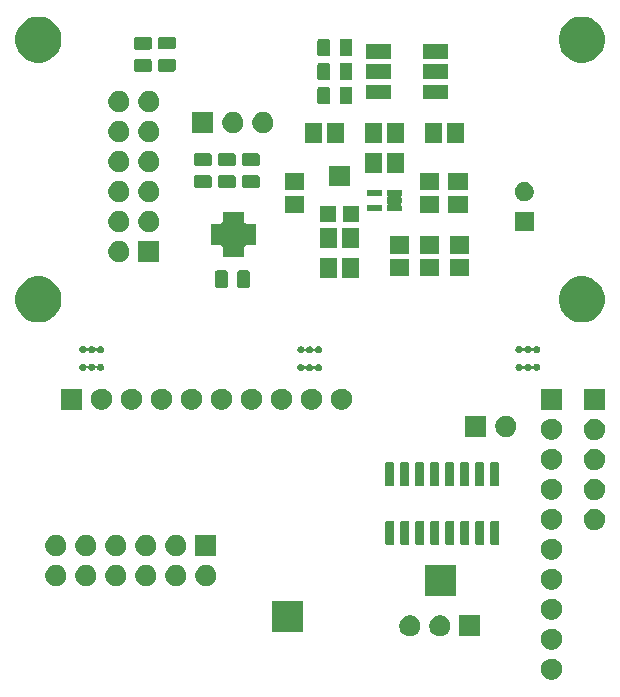
<source format=gbr>
G04 #@! TF.GenerationSoftware,KiCad,Pcbnew,(5.1.6)-1*
G04 #@! TF.CreationDate,2020-07-09T12:34:34+02:00*
G04 #@! TF.ProjectId,InteractiveGuitar,496e7465-7261-4637-9469-766547756974,rev?*
G04 #@! TF.SameCoordinates,Original*
G04 #@! TF.FileFunction,Soldermask,Top*
G04 #@! TF.FilePolarity,Negative*
%FSLAX46Y46*%
G04 Gerber Fmt 4.6, Leading zero omitted, Abs format (unit mm)*
G04 Created by KiCad (PCBNEW (5.1.6)-1) date 2020-07-09 12:34:34*
%MOMM*%
%LPD*%
G01*
G04 APERTURE LIST*
%ADD10C,0.100000*%
G04 APERTURE END LIST*
D10*
G36*
X167563012Y-126406427D02*
G01*
X167712312Y-126436124D01*
X167876284Y-126504044D01*
X168023854Y-126602647D01*
X168149353Y-126728146D01*
X168247956Y-126875716D01*
X168315876Y-127039688D01*
X168350500Y-127213759D01*
X168350500Y-127391241D01*
X168315876Y-127565312D01*
X168247956Y-127729284D01*
X168149353Y-127876854D01*
X168023854Y-128002353D01*
X167876284Y-128100956D01*
X167712312Y-128168876D01*
X167563012Y-128198573D01*
X167538242Y-128203500D01*
X167360758Y-128203500D01*
X167335988Y-128198573D01*
X167186688Y-128168876D01*
X167022716Y-128100956D01*
X166875146Y-128002353D01*
X166749647Y-127876854D01*
X166651044Y-127729284D01*
X166583124Y-127565312D01*
X166548500Y-127391241D01*
X166548500Y-127213759D01*
X166583124Y-127039688D01*
X166651044Y-126875716D01*
X166749647Y-126728146D01*
X166875146Y-126602647D01*
X167022716Y-126504044D01*
X167186688Y-126436124D01*
X167335988Y-126406427D01*
X167360758Y-126401500D01*
X167538242Y-126401500D01*
X167563012Y-126406427D01*
G37*
G36*
X167563012Y-123866427D02*
G01*
X167712312Y-123896124D01*
X167876284Y-123964044D01*
X168023854Y-124062647D01*
X168149353Y-124188146D01*
X168247956Y-124335716D01*
X168315876Y-124499688D01*
X168350500Y-124673759D01*
X168350500Y-124851241D01*
X168315876Y-125025312D01*
X168247956Y-125189284D01*
X168149353Y-125336854D01*
X168023854Y-125462353D01*
X167876284Y-125560956D01*
X167712312Y-125628876D01*
X167563012Y-125658573D01*
X167538242Y-125663500D01*
X167360758Y-125663500D01*
X167335988Y-125658573D01*
X167186688Y-125628876D01*
X167022716Y-125560956D01*
X166875146Y-125462353D01*
X166749647Y-125336854D01*
X166651044Y-125189284D01*
X166583124Y-125025312D01*
X166548500Y-124851241D01*
X166548500Y-124673759D01*
X166583124Y-124499688D01*
X166651044Y-124335716D01*
X166749647Y-124188146D01*
X166875146Y-124062647D01*
X167022716Y-123964044D01*
X167186688Y-123896124D01*
X167335988Y-123866427D01*
X167360758Y-123861500D01*
X167538242Y-123861500D01*
X167563012Y-123866427D01*
G37*
G36*
X158101512Y-122738427D02*
G01*
X158250812Y-122768124D01*
X158414784Y-122836044D01*
X158562354Y-122934647D01*
X158687853Y-123060146D01*
X158786456Y-123207716D01*
X158854376Y-123371688D01*
X158889000Y-123545759D01*
X158889000Y-123723241D01*
X158854376Y-123897312D01*
X158786456Y-124061284D01*
X158687853Y-124208854D01*
X158562354Y-124334353D01*
X158414784Y-124432956D01*
X158250812Y-124500876D01*
X158101512Y-124530573D01*
X158076742Y-124535500D01*
X157899258Y-124535500D01*
X157874488Y-124530573D01*
X157725188Y-124500876D01*
X157561216Y-124432956D01*
X157413646Y-124334353D01*
X157288147Y-124208854D01*
X157189544Y-124061284D01*
X157121624Y-123897312D01*
X157087000Y-123723241D01*
X157087000Y-123545759D01*
X157121624Y-123371688D01*
X157189544Y-123207716D01*
X157288147Y-123060146D01*
X157413646Y-122934647D01*
X157561216Y-122836044D01*
X157725188Y-122768124D01*
X157874488Y-122738427D01*
X157899258Y-122733500D01*
X158076742Y-122733500D01*
X158101512Y-122738427D01*
G37*
G36*
X155561512Y-122738427D02*
G01*
X155710812Y-122768124D01*
X155874784Y-122836044D01*
X156022354Y-122934647D01*
X156147853Y-123060146D01*
X156246456Y-123207716D01*
X156314376Y-123371688D01*
X156349000Y-123545759D01*
X156349000Y-123723241D01*
X156314376Y-123897312D01*
X156246456Y-124061284D01*
X156147853Y-124208854D01*
X156022354Y-124334353D01*
X155874784Y-124432956D01*
X155710812Y-124500876D01*
X155561512Y-124530573D01*
X155536742Y-124535500D01*
X155359258Y-124535500D01*
X155334488Y-124530573D01*
X155185188Y-124500876D01*
X155021216Y-124432956D01*
X154873646Y-124334353D01*
X154748147Y-124208854D01*
X154649544Y-124061284D01*
X154581624Y-123897312D01*
X154547000Y-123723241D01*
X154547000Y-123545759D01*
X154581624Y-123371688D01*
X154649544Y-123207716D01*
X154748147Y-123060146D01*
X154873646Y-122934647D01*
X155021216Y-122836044D01*
X155185188Y-122768124D01*
X155334488Y-122738427D01*
X155359258Y-122733500D01*
X155536742Y-122733500D01*
X155561512Y-122738427D01*
G37*
G36*
X161429000Y-124535500D02*
G01*
X159627000Y-124535500D01*
X159627000Y-122733500D01*
X161429000Y-122733500D01*
X161429000Y-124535500D01*
G37*
G36*
X146398500Y-124173500D02*
G01*
X143796500Y-124173500D01*
X143796500Y-121571500D01*
X146398500Y-121571500D01*
X146398500Y-124173500D01*
G37*
G36*
X167563012Y-121326427D02*
G01*
X167712312Y-121356124D01*
X167876284Y-121424044D01*
X168023854Y-121522647D01*
X168149353Y-121648146D01*
X168247956Y-121795716D01*
X168315876Y-121959688D01*
X168350500Y-122133759D01*
X168350500Y-122311241D01*
X168315876Y-122485312D01*
X168247956Y-122649284D01*
X168149353Y-122796854D01*
X168023854Y-122922353D01*
X167876284Y-123020956D01*
X167712312Y-123088876D01*
X167563012Y-123118573D01*
X167538242Y-123123500D01*
X167360758Y-123123500D01*
X167335988Y-123118573D01*
X167186688Y-123088876D01*
X167022716Y-123020956D01*
X166875146Y-122922353D01*
X166749647Y-122796854D01*
X166651044Y-122649284D01*
X166583124Y-122485312D01*
X166548500Y-122311241D01*
X166548500Y-122133759D01*
X166583124Y-121959688D01*
X166651044Y-121795716D01*
X166749647Y-121648146D01*
X166875146Y-121522647D01*
X167022716Y-121424044D01*
X167186688Y-121356124D01*
X167335988Y-121326427D01*
X167360758Y-121321500D01*
X167538242Y-121321500D01*
X167563012Y-121326427D01*
G37*
G36*
X159352500Y-121125500D02*
G01*
X156750500Y-121125500D01*
X156750500Y-118523500D01*
X159352500Y-118523500D01*
X159352500Y-121125500D01*
G37*
G36*
X167563012Y-118786427D02*
G01*
X167712312Y-118816124D01*
X167876284Y-118884044D01*
X168023854Y-118982647D01*
X168149353Y-119108146D01*
X168247956Y-119255716D01*
X168315876Y-119419688D01*
X168350500Y-119593759D01*
X168350500Y-119771241D01*
X168315876Y-119945312D01*
X168247956Y-120109284D01*
X168149353Y-120256854D01*
X168023854Y-120382353D01*
X167876284Y-120480956D01*
X167712312Y-120548876D01*
X167563012Y-120578573D01*
X167538242Y-120583500D01*
X167360758Y-120583500D01*
X167335988Y-120578573D01*
X167186688Y-120548876D01*
X167022716Y-120480956D01*
X166875146Y-120382353D01*
X166749647Y-120256854D01*
X166651044Y-120109284D01*
X166583124Y-119945312D01*
X166548500Y-119771241D01*
X166548500Y-119593759D01*
X166583124Y-119419688D01*
X166651044Y-119255716D01*
X166749647Y-119108146D01*
X166875146Y-118982647D01*
X167022716Y-118884044D01*
X167186688Y-118816124D01*
X167335988Y-118786427D01*
X167360758Y-118781500D01*
X167538242Y-118781500D01*
X167563012Y-118786427D01*
G37*
G36*
X133209512Y-118483927D02*
G01*
X133358812Y-118513624D01*
X133522784Y-118581544D01*
X133670354Y-118680147D01*
X133795853Y-118805646D01*
X133894456Y-118953216D01*
X133962376Y-119117188D01*
X133997000Y-119291259D01*
X133997000Y-119468741D01*
X133962376Y-119642812D01*
X133894456Y-119806784D01*
X133795853Y-119954354D01*
X133670354Y-120079853D01*
X133522784Y-120178456D01*
X133358812Y-120246376D01*
X133209512Y-120276073D01*
X133184742Y-120281000D01*
X133007258Y-120281000D01*
X132982488Y-120276073D01*
X132833188Y-120246376D01*
X132669216Y-120178456D01*
X132521646Y-120079853D01*
X132396147Y-119954354D01*
X132297544Y-119806784D01*
X132229624Y-119642812D01*
X132195000Y-119468741D01*
X132195000Y-119291259D01*
X132229624Y-119117188D01*
X132297544Y-118953216D01*
X132396147Y-118805646D01*
X132521646Y-118680147D01*
X132669216Y-118581544D01*
X132833188Y-118513624D01*
X132982488Y-118483927D01*
X133007258Y-118479000D01*
X133184742Y-118479000D01*
X133209512Y-118483927D01*
G37*
G36*
X125589512Y-118483927D02*
G01*
X125738812Y-118513624D01*
X125902784Y-118581544D01*
X126050354Y-118680147D01*
X126175853Y-118805646D01*
X126274456Y-118953216D01*
X126342376Y-119117188D01*
X126377000Y-119291259D01*
X126377000Y-119468741D01*
X126342376Y-119642812D01*
X126274456Y-119806784D01*
X126175853Y-119954354D01*
X126050354Y-120079853D01*
X125902784Y-120178456D01*
X125738812Y-120246376D01*
X125589512Y-120276073D01*
X125564742Y-120281000D01*
X125387258Y-120281000D01*
X125362488Y-120276073D01*
X125213188Y-120246376D01*
X125049216Y-120178456D01*
X124901646Y-120079853D01*
X124776147Y-119954354D01*
X124677544Y-119806784D01*
X124609624Y-119642812D01*
X124575000Y-119468741D01*
X124575000Y-119291259D01*
X124609624Y-119117188D01*
X124677544Y-118953216D01*
X124776147Y-118805646D01*
X124901646Y-118680147D01*
X125049216Y-118581544D01*
X125213188Y-118513624D01*
X125362488Y-118483927D01*
X125387258Y-118479000D01*
X125564742Y-118479000D01*
X125589512Y-118483927D01*
G37*
G36*
X130669512Y-118483927D02*
G01*
X130818812Y-118513624D01*
X130982784Y-118581544D01*
X131130354Y-118680147D01*
X131255853Y-118805646D01*
X131354456Y-118953216D01*
X131422376Y-119117188D01*
X131457000Y-119291259D01*
X131457000Y-119468741D01*
X131422376Y-119642812D01*
X131354456Y-119806784D01*
X131255853Y-119954354D01*
X131130354Y-120079853D01*
X130982784Y-120178456D01*
X130818812Y-120246376D01*
X130669512Y-120276073D01*
X130644742Y-120281000D01*
X130467258Y-120281000D01*
X130442488Y-120276073D01*
X130293188Y-120246376D01*
X130129216Y-120178456D01*
X129981646Y-120079853D01*
X129856147Y-119954354D01*
X129757544Y-119806784D01*
X129689624Y-119642812D01*
X129655000Y-119468741D01*
X129655000Y-119291259D01*
X129689624Y-119117188D01*
X129757544Y-118953216D01*
X129856147Y-118805646D01*
X129981646Y-118680147D01*
X130129216Y-118581544D01*
X130293188Y-118513624D01*
X130442488Y-118483927D01*
X130467258Y-118479000D01*
X130644742Y-118479000D01*
X130669512Y-118483927D01*
G37*
G36*
X128129512Y-118483927D02*
G01*
X128278812Y-118513624D01*
X128442784Y-118581544D01*
X128590354Y-118680147D01*
X128715853Y-118805646D01*
X128814456Y-118953216D01*
X128882376Y-119117188D01*
X128917000Y-119291259D01*
X128917000Y-119468741D01*
X128882376Y-119642812D01*
X128814456Y-119806784D01*
X128715853Y-119954354D01*
X128590354Y-120079853D01*
X128442784Y-120178456D01*
X128278812Y-120246376D01*
X128129512Y-120276073D01*
X128104742Y-120281000D01*
X127927258Y-120281000D01*
X127902488Y-120276073D01*
X127753188Y-120246376D01*
X127589216Y-120178456D01*
X127441646Y-120079853D01*
X127316147Y-119954354D01*
X127217544Y-119806784D01*
X127149624Y-119642812D01*
X127115000Y-119468741D01*
X127115000Y-119291259D01*
X127149624Y-119117188D01*
X127217544Y-118953216D01*
X127316147Y-118805646D01*
X127441646Y-118680147D01*
X127589216Y-118581544D01*
X127753188Y-118513624D01*
X127902488Y-118483927D01*
X127927258Y-118479000D01*
X128104742Y-118479000D01*
X128129512Y-118483927D01*
G37*
G36*
X135749512Y-118483927D02*
G01*
X135898812Y-118513624D01*
X136062784Y-118581544D01*
X136210354Y-118680147D01*
X136335853Y-118805646D01*
X136434456Y-118953216D01*
X136502376Y-119117188D01*
X136537000Y-119291259D01*
X136537000Y-119468741D01*
X136502376Y-119642812D01*
X136434456Y-119806784D01*
X136335853Y-119954354D01*
X136210354Y-120079853D01*
X136062784Y-120178456D01*
X135898812Y-120246376D01*
X135749512Y-120276073D01*
X135724742Y-120281000D01*
X135547258Y-120281000D01*
X135522488Y-120276073D01*
X135373188Y-120246376D01*
X135209216Y-120178456D01*
X135061646Y-120079853D01*
X134936147Y-119954354D01*
X134837544Y-119806784D01*
X134769624Y-119642812D01*
X134735000Y-119468741D01*
X134735000Y-119291259D01*
X134769624Y-119117188D01*
X134837544Y-118953216D01*
X134936147Y-118805646D01*
X135061646Y-118680147D01*
X135209216Y-118581544D01*
X135373188Y-118513624D01*
X135522488Y-118483927D01*
X135547258Y-118479000D01*
X135724742Y-118479000D01*
X135749512Y-118483927D01*
G37*
G36*
X138289512Y-118483927D02*
G01*
X138438812Y-118513624D01*
X138602784Y-118581544D01*
X138750354Y-118680147D01*
X138875853Y-118805646D01*
X138974456Y-118953216D01*
X139042376Y-119117188D01*
X139077000Y-119291259D01*
X139077000Y-119468741D01*
X139042376Y-119642812D01*
X138974456Y-119806784D01*
X138875853Y-119954354D01*
X138750354Y-120079853D01*
X138602784Y-120178456D01*
X138438812Y-120246376D01*
X138289512Y-120276073D01*
X138264742Y-120281000D01*
X138087258Y-120281000D01*
X138062488Y-120276073D01*
X137913188Y-120246376D01*
X137749216Y-120178456D01*
X137601646Y-120079853D01*
X137476147Y-119954354D01*
X137377544Y-119806784D01*
X137309624Y-119642812D01*
X137275000Y-119468741D01*
X137275000Y-119291259D01*
X137309624Y-119117188D01*
X137377544Y-118953216D01*
X137476147Y-118805646D01*
X137601646Y-118680147D01*
X137749216Y-118581544D01*
X137913188Y-118513624D01*
X138062488Y-118483927D01*
X138087258Y-118479000D01*
X138264742Y-118479000D01*
X138289512Y-118483927D01*
G37*
G36*
X167563012Y-116246427D02*
G01*
X167712312Y-116276124D01*
X167876284Y-116344044D01*
X168023854Y-116442647D01*
X168149353Y-116568146D01*
X168247956Y-116715716D01*
X168315876Y-116879688D01*
X168350500Y-117053759D01*
X168350500Y-117231241D01*
X168315876Y-117405312D01*
X168247956Y-117569284D01*
X168149353Y-117716854D01*
X168023854Y-117842353D01*
X167876284Y-117940956D01*
X167712312Y-118008876D01*
X167563012Y-118038573D01*
X167538242Y-118043500D01*
X167360758Y-118043500D01*
X167335988Y-118038573D01*
X167186688Y-118008876D01*
X167022716Y-117940956D01*
X166875146Y-117842353D01*
X166749647Y-117716854D01*
X166651044Y-117569284D01*
X166583124Y-117405312D01*
X166548500Y-117231241D01*
X166548500Y-117053759D01*
X166583124Y-116879688D01*
X166651044Y-116715716D01*
X166749647Y-116568146D01*
X166875146Y-116442647D01*
X167022716Y-116344044D01*
X167186688Y-116276124D01*
X167335988Y-116246427D01*
X167360758Y-116241500D01*
X167538242Y-116241500D01*
X167563012Y-116246427D01*
G37*
G36*
X128129512Y-115943927D02*
G01*
X128278812Y-115973624D01*
X128442784Y-116041544D01*
X128590354Y-116140147D01*
X128715853Y-116265646D01*
X128814456Y-116413216D01*
X128882376Y-116577188D01*
X128917000Y-116751259D01*
X128917000Y-116928741D01*
X128882376Y-117102812D01*
X128814456Y-117266784D01*
X128715853Y-117414354D01*
X128590354Y-117539853D01*
X128442784Y-117638456D01*
X128278812Y-117706376D01*
X128129512Y-117736073D01*
X128104742Y-117741000D01*
X127927258Y-117741000D01*
X127902488Y-117736073D01*
X127753188Y-117706376D01*
X127589216Y-117638456D01*
X127441646Y-117539853D01*
X127316147Y-117414354D01*
X127217544Y-117266784D01*
X127149624Y-117102812D01*
X127115000Y-116928741D01*
X127115000Y-116751259D01*
X127149624Y-116577188D01*
X127217544Y-116413216D01*
X127316147Y-116265646D01*
X127441646Y-116140147D01*
X127589216Y-116041544D01*
X127753188Y-115973624D01*
X127902488Y-115943927D01*
X127927258Y-115939000D01*
X128104742Y-115939000D01*
X128129512Y-115943927D01*
G37*
G36*
X125589512Y-115943927D02*
G01*
X125738812Y-115973624D01*
X125902784Y-116041544D01*
X126050354Y-116140147D01*
X126175853Y-116265646D01*
X126274456Y-116413216D01*
X126342376Y-116577188D01*
X126377000Y-116751259D01*
X126377000Y-116928741D01*
X126342376Y-117102812D01*
X126274456Y-117266784D01*
X126175853Y-117414354D01*
X126050354Y-117539853D01*
X125902784Y-117638456D01*
X125738812Y-117706376D01*
X125589512Y-117736073D01*
X125564742Y-117741000D01*
X125387258Y-117741000D01*
X125362488Y-117736073D01*
X125213188Y-117706376D01*
X125049216Y-117638456D01*
X124901646Y-117539853D01*
X124776147Y-117414354D01*
X124677544Y-117266784D01*
X124609624Y-117102812D01*
X124575000Y-116928741D01*
X124575000Y-116751259D01*
X124609624Y-116577188D01*
X124677544Y-116413216D01*
X124776147Y-116265646D01*
X124901646Y-116140147D01*
X125049216Y-116041544D01*
X125213188Y-115973624D01*
X125362488Y-115943927D01*
X125387258Y-115939000D01*
X125564742Y-115939000D01*
X125589512Y-115943927D01*
G37*
G36*
X139077000Y-117741000D02*
G01*
X137275000Y-117741000D01*
X137275000Y-115939000D01*
X139077000Y-115939000D01*
X139077000Y-117741000D01*
G37*
G36*
X133209512Y-115943927D02*
G01*
X133358812Y-115973624D01*
X133522784Y-116041544D01*
X133670354Y-116140147D01*
X133795853Y-116265646D01*
X133894456Y-116413216D01*
X133962376Y-116577188D01*
X133997000Y-116751259D01*
X133997000Y-116928741D01*
X133962376Y-117102812D01*
X133894456Y-117266784D01*
X133795853Y-117414354D01*
X133670354Y-117539853D01*
X133522784Y-117638456D01*
X133358812Y-117706376D01*
X133209512Y-117736073D01*
X133184742Y-117741000D01*
X133007258Y-117741000D01*
X132982488Y-117736073D01*
X132833188Y-117706376D01*
X132669216Y-117638456D01*
X132521646Y-117539853D01*
X132396147Y-117414354D01*
X132297544Y-117266784D01*
X132229624Y-117102812D01*
X132195000Y-116928741D01*
X132195000Y-116751259D01*
X132229624Y-116577188D01*
X132297544Y-116413216D01*
X132396147Y-116265646D01*
X132521646Y-116140147D01*
X132669216Y-116041544D01*
X132833188Y-115973624D01*
X132982488Y-115943927D01*
X133007258Y-115939000D01*
X133184742Y-115939000D01*
X133209512Y-115943927D01*
G37*
G36*
X135749512Y-115943927D02*
G01*
X135898812Y-115973624D01*
X136062784Y-116041544D01*
X136210354Y-116140147D01*
X136335853Y-116265646D01*
X136434456Y-116413216D01*
X136502376Y-116577188D01*
X136537000Y-116751259D01*
X136537000Y-116928741D01*
X136502376Y-117102812D01*
X136434456Y-117266784D01*
X136335853Y-117414354D01*
X136210354Y-117539853D01*
X136062784Y-117638456D01*
X135898812Y-117706376D01*
X135749512Y-117736073D01*
X135724742Y-117741000D01*
X135547258Y-117741000D01*
X135522488Y-117736073D01*
X135373188Y-117706376D01*
X135209216Y-117638456D01*
X135061646Y-117539853D01*
X134936147Y-117414354D01*
X134837544Y-117266784D01*
X134769624Y-117102812D01*
X134735000Y-116928741D01*
X134735000Y-116751259D01*
X134769624Y-116577188D01*
X134837544Y-116413216D01*
X134936147Y-116265646D01*
X135061646Y-116140147D01*
X135209216Y-116041544D01*
X135373188Y-115973624D01*
X135522488Y-115943927D01*
X135547258Y-115939000D01*
X135724742Y-115939000D01*
X135749512Y-115943927D01*
G37*
G36*
X130669512Y-115943927D02*
G01*
X130818812Y-115973624D01*
X130982784Y-116041544D01*
X131130354Y-116140147D01*
X131255853Y-116265646D01*
X131354456Y-116413216D01*
X131422376Y-116577188D01*
X131457000Y-116751259D01*
X131457000Y-116928741D01*
X131422376Y-117102812D01*
X131354456Y-117266784D01*
X131255853Y-117414354D01*
X131130354Y-117539853D01*
X130982784Y-117638456D01*
X130818812Y-117706376D01*
X130669512Y-117736073D01*
X130644742Y-117741000D01*
X130467258Y-117741000D01*
X130442488Y-117736073D01*
X130293188Y-117706376D01*
X130129216Y-117638456D01*
X129981646Y-117539853D01*
X129856147Y-117414354D01*
X129757544Y-117266784D01*
X129689624Y-117102812D01*
X129655000Y-116928741D01*
X129655000Y-116751259D01*
X129689624Y-116577188D01*
X129757544Y-116413216D01*
X129856147Y-116265646D01*
X129981646Y-116140147D01*
X130129216Y-116041544D01*
X130293188Y-115973624D01*
X130442488Y-115943927D01*
X130467258Y-115939000D01*
X130644742Y-115939000D01*
X130669512Y-115943927D01*
G37*
G36*
X160343428Y-114737264D02*
G01*
X160364509Y-114743660D01*
X160383945Y-114754048D01*
X160400976Y-114768024D01*
X160414952Y-114785055D01*
X160425340Y-114804491D01*
X160431736Y-114825572D01*
X160434500Y-114853640D01*
X160434500Y-116667360D01*
X160431736Y-116695428D01*
X160425340Y-116716509D01*
X160414952Y-116735945D01*
X160400976Y-116752976D01*
X160383945Y-116766952D01*
X160364509Y-116777340D01*
X160343428Y-116783736D01*
X160315360Y-116786500D01*
X159851640Y-116786500D01*
X159823572Y-116783736D01*
X159802491Y-116777340D01*
X159783055Y-116766952D01*
X159766024Y-116752976D01*
X159752048Y-116735945D01*
X159741660Y-116716509D01*
X159735264Y-116695428D01*
X159732500Y-116667360D01*
X159732500Y-114853640D01*
X159735264Y-114825572D01*
X159741660Y-114804491D01*
X159752048Y-114785055D01*
X159766024Y-114768024D01*
X159783055Y-114754048D01*
X159802491Y-114743660D01*
X159823572Y-114737264D01*
X159851640Y-114734500D01*
X160315360Y-114734500D01*
X160343428Y-114737264D01*
G37*
G36*
X161613428Y-114737264D02*
G01*
X161634509Y-114743660D01*
X161653945Y-114754048D01*
X161670976Y-114768024D01*
X161684952Y-114785055D01*
X161695340Y-114804491D01*
X161701736Y-114825572D01*
X161704500Y-114853640D01*
X161704500Y-116667360D01*
X161701736Y-116695428D01*
X161695340Y-116716509D01*
X161684952Y-116735945D01*
X161670976Y-116752976D01*
X161653945Y-116766952D01*
X161634509Y-116777340D01*
X161613428Y-116783736D01*
X161585360Y-116786500D01*
X161121640Y-116786500D01*
X161093572Y-116783736D01*
X161072491Y-116777340D01*
X161053055Y-116766952D01*
X161036024Y-116752976D01*
X161022048Y-116735945D01*
X161011660Y-116716509D01*
X161005264Y-116695428D01*
X161002500Y-116667360D01*
X161002500Y-114853640D01*
X161005264Y-114825572D01*
X161011660Y-114804491D01*
X161022048Y-114785055D01*
X161036024Y-114768024D01*
X161053055Y-114754048D01*
X161072491Y-114743660D01*
X161093572Y-114737264D01*
X161121640Y-114734500D01*
X161585360Y-114734500D01*
X161613428Y-114737264D01*
G37*
G36*
X159073428Y-114737264D02*
G01*
X159094509Y-114743660D01*
X159113945Y-114754048D01*
X159130976Y-114768024D01*
X159144952Y-114785055D01*
X159155340Y-114804491D01*
X159161736Y-114825572D01*
X159164500Y-114853640D01*
X159164500Y-116667360D01*
X159161736Y-116695428D01*
X159155340Y-116716509D01*
X159144952Y-116735945D01*
X159130976Y-116752976D01*
X159113945Y-116766952D01*
X159094509Y-116777340D01*
X159073428Y-116783736D01*
X159045360Y-116786500D01*
X158581640Y-116786500D01*
X158553572Y-116783736D01*
X158532491Y-116777340D01*
X158513055Y-116766952D01*
X158496024Y-116752976D01*
X158482048Y-116735945D01*
X158471660Y-116716509D01*
X158465264Y-116695428D01*
X158462500Y-116667360D01*
X158462500Y-114853640D01*
X158465264Y-114825572D01*
X158471660Y-114804491D01*
X158482048Y-114785055D01*
X158496024Y-114768024D01*
X158513055Y-114754048D01*
X158532491Y-114743660D01*
X158553572Y-114737264D01*
X158581640Y-114734500D01*
X159045360Y-114734500D01*
X159073428Y-114737264D01*
G37*
G36*
X153993428Y-114737264D02*
G01*
X154014509Y-114743660D01*
X154033945Y-114754048D01*
X154050976Y-114768024D01*
X154064952Y-114785055D01*
X154075340Y-114804491D01*
X154081736Y-114825572D01*
X154084500Y-114853640D01*
X154084500Y-116667360D01*
X154081736Y-116695428D01*
X154075340Y-116716509D01*
X154064952Y-116735945D01*
X154050976Y-116752976D01*
X154033945Y-116766952D01*
X154014509Y-116777340D01*
X153993428Y-116783736D01*
X153965360Y-116786500D01*
X153501640Y-116786500D01*
X153473572Y-116783736D01*
X153452491Y-116777340D01*
X153433055Y-116766952D01*
X153416024Y-116752976D01*
X153402048Y-116735945D01*
X153391660Y-116716509D01*
X153385264Y-116695428D01*
X153382500Y-116667360D01*
X153382500Y-114853640D01*
X153385264Y-114825572D01*
X153391660Y-114804491D01*
X153402048Y-114785055D01*
X153416024Y-114768024D01*
X153433055Y-114754048D01*
X153452491Y-114743660D01*
X153473572Y-114737264D01*
X153501640Y-114734500D01*
X153965360Y-114734500D01*
X153993428Y-114737264D01*
G37*
G36*
X157803428Y-114737264D02*
G01*
X157824509Y-114743660D01*
X157843945Y-114754048D01*
X157860976Y-114768024D01*
X157874952Y-114785055D01*
X157885340Y-114804491D01*
X157891736Y-114825572D01*
X157894500Y-114853640D01*
X157894500Y-116667360D01*
X157891736Y-116695428D01*
X157885340Y-116716509D01*
X157874952Y-116735945D01*
X157860976Y-116752976D01*
X157843945Y-116766952D01*
X157824509Y-116777340D01*
X157803428Y-116783736D01*
X157775360Y-116786500D01*
X157311640Y-116786500D01*
X157283572Y-116783736D01*
X157262491Y-116777340D01*
X157243055Y-116766952D01*
X157226024Y-116752976D01*
X157212048Y-116735945D01*
X157201660Y-116716509D01*
X157195264Y-116695428D01*
X157192500Y-116667360D01*
X157192500Y-114853640D01*
X157195264Y-114825572D01*
X157201660Y-114804491D01*
X157212048Y-114785055D01*
X157226024Y-114768024D01*
X157243055Y-114754048D01*
X157262491Y-114743660D01*
X157283572Y-114737264D01*
X157311640Y-114734500D01*
X157775360Y-114734500D01*
X157803428Y-114737264D01*
G37*
G36*
X156533428Y-114737264D02*
G01*
X156554509Y-114743660D01*
X156573945Y-114754048D01*
X156590976Y-114768024D01*
X156604952Y-114785055D01*
X156615340Y-114804491D01*
X156621736Y-114825572D01*
X156624500Y-114853640D01*
X156624500Y-116667360D01*
X156621736Y-116695428D01*
X156615340Y-116716509D01*
X156604952Y-116735945D01*
X156590976Y-116752976D01*
X156573945Y-116766952D01*
X156554509Y-116777340D01*
X156533428Y-116783736D01*
X156505360Y-116786500D01*
X156041640Y-116786500D01*
X156013572Y-116783736D01*
X155992491Y-116777340D01*
X155973055Y-116766952D01*
X155956024Y-116752976D01*
X155942048Y-116735945D01*
X155931660Y-116716509D01*
X155925264Y-116695428D01*
X155922500Y-116667360D01*
X155922500Y-114853640D01*
X155925264Y-114825572D01*
X155931660Y-114804491D01*
X155942048Y-114785055D01*
X155956024Y-114768024D01*
X155973055Y-114754048D01*
X155992491Y-114743660D01*
X156013572Y-114737264D01*
X156041640Y-114734500D01*
X156505360Y-114734500D01*
X156533428Y-114737264D01*
G37*
G36*
X155263428Y-114737264D02*
G01*
X155284509Y-114743660D01*
X155303945Y-114754048D01*
X155320976Y-114768024D01*
X155334952Y-114785055D01*
X155345340Y-114804491D01*
X155351736Y-114825572D01*
X155354500Y-114853640D01*
X155354500Y-116667360D01*
X155351736Y-116695428D01*
X155345340Y-116716509D01*
X155334952Y-116735945D01*
X155320976Y-116752976D01*
X155303945Y-116766952D01*
X155284509Y-116777340D01*
X155263428Y-116783736D01*
X155235360Y-116786500D01*
X154771640Y-116786500D01*
X154743572Y-116783736D01*
X154722491Y-116777340D01*
X154703055Y-116766952D01*
X154686024Y-116752976D01*
X154672048Y-116735945D01*
X154661660Y-116716509D01*
X154655264Y-116695428D01*
X154652500Y-116667360D01*
X154652500Y-114853640D01*
X154655264Y-114825572D01*
X154661660Y-114804491D01*
X154672048Y-114785055D01*
X154686024Y-114768024D01*
X154703055Y-114754048D01*
X154722491Y-114743660D01*
X154743572Y-114737264D01*
X154771640Y-114734500D01*
X155235360Y-114734500D01*
X155263428Y-114737264D01*
G37*
G36*
X162883428Y-114737264D02*
G01*
X162904509Y-114743660D01*
X162923945Y-114754048D01*
X162940976Y-114768024D01*
X162954952Y-114785055D01*
X162965340Y-114804491D01*
X162971736Y-114825572D01*
X162974500Y-114853640D01*
X162974500Y-116667360D01*
X162971736Y-116695428D01*
X162965340Y-116716509D01*
X162954952Y-116735945D01*
X162940976Y-116752976D01*
X162923945Y-116766952D01*
X162904509Y-116777340D01*
X162883428Y-116783736D01*
X162855360Y-116786500D01*
X162391640Y-116786500D01*
X162363572Y-116783736D01*
X162342491Y-116777340D01*
X162323055Y-116766952D01*
X162306024Y-116752976D01*
X162292048Y-116735945D01*
X162281660Y-116716509D01*
X162275264Y-116695428D01*
X162272500Y-116667360D01*
X162272500Y-114853640D01*
X162275264Y-114825572D01*
X162281660Y-114804491D01*
X162292048Y-114785055D01*
X162306024Y-114768024D01*
X162323055Y-114754048D01*
X162342491Y-114743660D01*
X162363572Y-114737264D01*
X162391640Y-114734500D01*
X162855360Y-114734500D01*
X162883428Y-114737264D01*
G37*
G36*
X171182512Y-113721427D02*
G01*
X171331812Y-113751124D01*
X171495784Y-113819044D01*
X171643354Y-113917647D01*
X171768853Y-114043146D01*
X171867456Y-114190716D01*
X171935376Y-114354688D01*
X171970000Y-114528759D01*
X171970000Y-114706241D01*
X171935376Y-114880312D01*
X171867456Y-115044284D01*
X171768853Y-115191854D01*
X171643354Y-115317353D01*
X171495784Y-115415956D01*
X171331812Y-115483876D01*
X171182512Y-115513573D01*
X171157742Y-115518500D01*
X170980258Y-115518500D01*
X170955488Y-115513573D01*
X170806188Y-115483876D01*
X170642216Y-115415956D01*
X170494646Y-115317353D01*
X170369147Y-115191854D01*
X170270544Y-115044284D01*
X170202624Y-114880312D01*
X170168000Y-114706241D01*
X170168000Y-114528759D01*
X170202624Y-114354688D01*
X170270544Y-114190716D01*
X170369147Y-114043146D01*
X170494646Y-113917647D01*
X170642216Y-113819044D01*
X170806188Y-113751124D01*
X170955488Y-113721427D01*
X170980258Y-113716500D01*
X171157742Y-113716500D01*
X171182512Y-113721427D01*
G37*
G36*
X167563012Y-113706427D02*
G01*
X167712312Y-113736124D01*
X167876284Y-113804044D01*
X168023854Y-113902647D01*
X168149353Y-114028146D01*
X168247956Y-114175716D01*
X168315876Y-114339688D01*
X168350500Y-114513759D01*
X168350500Y-114691241D01*
X168315876Y-114865312D01*
X168247956Y-115029284D01*
X168149353Y-115176854D01*
X168023854Y-115302353D01*
X167876284Y-115400956D01*
X167712312Y-115468876D01*
X167563012Y-115498573D01*
X167538242Y-115503500D01*
X167360758Y-115503500D01*
X167335988Y-115498573D01*
X167186688Y-115468876D01*
X167022716Y-115400956D01*
X166875146Y-115302353D01*
X166749647Y-115176854D01*
X166651044Y-115029284D01*
X166583124Y-114865312D01*
X166548500Y-114691241D01*
X166548500Y-114513759D01*
X166583124Y-114339688D01*
X166651044Y-114175716D01*
X166749647Y-114028146D01*
X166875146Y-113902647D01*
X167022716Y-113804044D01*
X167186688Y-113736124D01*
X167335988Y-113706427D01*
X167360758Y-113701500D01*
X167538242Y-113701500D01*
X167563012Y-113706427D01*
G37*
G36*
X171182512Y-111181427D02*
G01*
X171331812Y-111211124D01*
X171495784Y-111279044D01*
X171643354Y-111377647D01*
X171768853Y-111503146D01*
X171867456Y-111650716D01*
X171935376Y-111814688D01*
X171970000Y-111988759D01*
X171970000Y-112166241D01*
X171935376Y-112340312D01*
X171867456Y-112504284D01*
X171768853Y-112651854D01*
X171643354Y-112777353D01*
X171495784Y-112875956D01*
X171331812Y-112943876D01*
X171182512Y-112973573D01*
X171157742Y-112978500D01*
X170980258Y-112978500D01*
X170955488Y-112973573D01*
X170806188Y-112943876D01*
X170642216Y-112875956D01*
X170494646Y-112777353D01*
X170369147Y-112651854D01*
X170270544Y-112504284D01*
X170202624Y-112340312D01*
X170168000Y-112166241D01*
X170168000Y-111988759D01*
X170202624Y-111814688D01*
X170270544Y-111650716D01*
X170369147Y-111503146D01*
X170494646Y-111377647D01*
X170642216Y-111279044D01*
X170806188Y-111211124D01*
X170955488Y-111181427D01*
X170980258Y-111176500D01*
X171157742Y-111176500D01*
X171182512Y-111181427D01*
G37*
G36*
X167563012Y-111166427D02*
G01*
X167712312Y-111196124D01*
X167876284Y-111264044D01*
X168023854Y-111362647D01*
X168149353Y-111488146D01*
X168247956Y-111635716D01*
X168315876Y-111799688D01*
X168350500Y-111973759D01*
X168350500Y-112151241D01*
X168315876Y-112325312D01*
X168247956Y-112489284D01*
X168149353Y-112636854D01*
X168023854Y-112762353D01*
X167876284Y-112860956D01*
X167712312Y-112928876D01*
X167563012Y-112958573D01*
X167538242Y-112963500D01*
X167360758Y-112963500D01*
X167335988Y-112958573D01*
X167186688Y-112928876D01*
X167022716Y-112860956D01*
X166875146Y-112762353D01*
X166749647Y-112636854D01*
X166651044Y-112489284D01*
X166583124Y-112325312D01*
X166548500Y-112151241D01*
X166548500Y-111973759D01*
X166583124Y-111799688D01*
X166651044Y-111635716D01*
X166749647Y-111488146D01*
X166875146Y-111362647D01*
X167022716Y-111264044D01*
X167186688Y-111196124D01*
X167335988Y-111166427D01*
X167360758Y-111161500D01*
X167538242Y-111161500D01*
X167563012Y-111166427D01*
G37*
G36*
X162883428Y-109787264D02*
G01*
X162904509Y-109793660D01*
X162923945Y-109804048D01*
X162940976Y-109818024D01*
X162954952Y-109835055D01*
X162965340Y-109854491D01*
X162971736Y-109875572D01*
X162974500Y-109903640D01*
X162974500Y-111717360D01*
X162971736Y-111745428D01*
X162965340Y-111766509D01*
X162954952Y-111785945D01*
X162940976Y-111802976D01*
X162923945Y-111816952D01*
X162904509Y-111827340D01*
X162883428Y-111833736D01*
X162855360Y-111836500D01*
X162391640Y-111836500D01*
X162363572Y-111833736D01*
X162342491Y-111827340D01*
X162323055Y-111816952D01*
X162306024Y-111802976D01*
X162292048Y-111785945D01*
X162281660Y-111766509D01*
X162275264Y-111745428D01*
X162272500Y-111717360D01*
X162272500Y-109903640D01*
X162275264Y-109875572D01*
X162281660Y-109854491D01*
X162292048Y-109835055D01*
X162306024Y-109818024D01*
X162323055Y-109804048D01*
X162342491Y-109793660D01*
X162363572Y-109787264D01*
X162391640Y-109784500D01*
X162855360Y-109784500D01*
X162883428Y-109787264D01*
G37*
G36*
X153993428Y-109787264D02*
G01*
X154014509Y-109793660D01*
X154033945Y-109804048D01*
X154050976Y-109818024D01*
X154064952Y-109835055D01*
X154075340Y-109854491D01*
X154081736Y-109875572D01*
X154084500Y-109903640D01*
X154084500Y-111717360D01*
X154081736Y-111745428D01*
X154075340Y-111766509D01*
X154064952Y-111785945D01*
X154050976Y-111802976D01*
X154033945Y-111816952D01*
X154014509Y-111827340D01*
X153993428Y-111833736D01*
X153965360Y-111836500D01*
X153501640Y-111836500D01*
X153473572Y-111833736D01*
X153452491Y-111827340D01*
X153433055Y-111816952D01*
X153416024Y-111802976D01*
X153402048Y-111785945D01*
X153391660Y-111766509D01*
X153385264Y-111745428D01*
X153382500Y-111717360D01*
X153382500Y-109903640D01*
X153385264Y-109875572D01*
X153391660Y-109854491D01*
X153402048Y-109835055D01*
X153416024Y-109818024D01*
X153433055Y-109804048D01*
X153452491Y-109793660D01*
X153473572Y-109787264D01*
X153501640Y-109784500D01*
X153965360Y-109784500D01*
X153993428Y-109787264D01*
G37*
G36*
X155263428Y-109787264D02*
G01*
X155284509Y-109793660D01*
X155303945Y-109804048D01*
X155320976Y-109818024D01*
X155334952Y-109835055D01*
X155345340Y-109854491D01*
X155351736Y-109875572D01*
X155354500Y-109903640D01*
X155354500Y-111717360D01*
X155351736Y-111745428D01*
X155345340Y-111766509D01*
X155334952Y-111785945D01*
X155320976Y-111802976D01*
X155303945Y-111816952D01*
X155284509Y-111827340D01*
X155263428Y-111833736D01*
X155235360Y-111836500D01*
X154771640Y-111836500D01*
X154743572Y-111833736D01*
X154722491Y-111827340D01*
X154703055Y-111816952D01*
X154686024Y-111802976D01*
X154672048Y-111785945D01*
X154661660Y-111766509D01*
X154655264Y-111745428D01*
X154652500Y-111717360D01*
X154652500Y-109903640D01*
X154655264Y-109875572D01*
X154661660Y-109854491D01*
X154672048Y-109835055D01*
X154686024Y-109818024D01*
X154703055Y-109804048D01*
X154722491Y-109793660D01*
X154743572Y-109787264D01*
X154771640Y-109784500D01*
X155235360Y-109784500D01*
X155263428Y-109787264D01*
G37*
G36*
X156533428Y-109787264D02*
G01*
X156554509Y-109793660D01*
X156573945Y-109804048D01*
X156590976Y-109818024D01*
X156604952Y-109835055D01*
X156615340Y-109854491D01*
X156621736Y-109875572D01*
X156624500Y-109903640D01*
X156624500Y-111717360D01*
X156621736Y-111745428D01*
X156615340Y-111766509D01*
X156604952Y-111785945D01*
X156590976Y-111802976D01*
X156573945Y-111816952D01*
X156554509Y-111827340D01*
X156533428Y-111833736D01*
X156505360Y-111836500D01*
X156041640Y-111836500D01*
X156013572Y-111833736D01*
X155992491Y-111827340D01*
X155973055Y-111816952D01*
X155956024Y-111802976D01*
X155942048Y-111785945D01*
X155931660Y-111766509D01*
X155925264Y-111745428D01*
X155922500Y-111717360D01*
X155922500Y-109903640D01*
X155925264Y-109875572D01*
X155931660Y-109854491D01*
X155942048Y-109835055D01*
X155956024Y-109818024D01*
X155973055Y-109804048D01*
X155992491Y-109793660D01*
X156013572Y-109787264D01*
X156041640Y-109784500D01*
X156505360Y-109784500D01*
X156533428Y-109787264D01*
G37*
G36*
X159073428Y-109787264D02*
G01*
X159094509Y-109793660D01*
X159113945Y-109804048D01*
X159130976Y-109818024D01*
X159144952Y-109835055D01*
X159155340Y-109854491D01*
X159161736Y-109875572D01*
X159164500Y-109903640D01*
X159164500Y-111717360D01*
X159161736Y-111745428D01*
X159155340Y-111766509D01*
X159144952Y-111785945D01*
X159130976Y-111802976D01*
X159113945Y-111816952D01*
X159094509Y-111827340D01*
X159073428Y-111833736D01*
X159045360Y-111836500D01*
X158581640Y-111836500D01*
X158553572Y-111833736D01*
X158532491Y-111827340D01*
X158513055Y-111816952D01*
X158496024Y-111802976D01*
X158482048Y-111785945D01*
X158471660Y-111766509D01*
X158465264Y-111745428D01*
X158462500Y-111717360D01*
X158462500Y-109903640D01*
X158465264Y-109875572D01*
X158471660Y-109854491D01*
X158482048Y-109835055D01*
X158496024Y-109818024D01*
X158513055Y-109804048D01*
X158532491Y-109793660D01*
X158553572Y-109787264D01*
X158581640Y-109784500D01*
X159045360Y-109784500D01*
X159073428Y-109787264D01*
G37*
G36*
X160343428Y-109787264D02*
G01*
X160364509Y-109793660D01*
X160383945Y-109804048D01*
X160400976Y-109818024D01*
X160414952Y-109835055D01*
X160425340Y-109854491D01*
X160431736Y-109875572D01*
X160434500Y-109903640D01*
X160434500Y-111717360D01*
X160431736Y-111745428D01*
X160425340Y-111766509D01*
X160414952Y-111785945D01*
X160400976Y-111802976D01*
X160383945Y-111816952D01*
X160364509Y-111827340D01*
X160343428Y-111833736D01*
X160315360Y-111836500D01*
X159851640Y-111836500D01*
X159823572Y-111833736D01*
X159802491Y-111827340D01*
X159783055Y-111816952D01*
X159766024Y-111802976D01*
X159752048Y-111785945D01*
X159741660Y-111766509D01*
X159735264Y-111745428D01*
X159732500Y-111717360D01*
X159732500Y-109903640D01*
X159735264Y-109875572D01*
X159741660Y-109854491D01*
X159752048Y-109835055D01*
X159766024Y-109818024D01*
X159783055Y-109804048D01*
X159802491Y-109793660D01*
X159823572Y-109787264D01*
X159851640Y-109784500D01*
X160315360Y-109784500D01*
X160343428Y-109787264D01*
G37*
G36*
X161613428Y-109787264D02*
G01*
X161634509Y-109793660D01*
X161653945Y-109804048D01*
X161670976Y-109818024D01*
X161684952Y-109835055D01*
X161695340Y-109854491D01*
X161701736Y-109875572D01*
X161704500Y-109903640D01*
X161704500Y-111717360D01*
X161701736Y-111745428D01*
X161695340Y-111766509D01*
X161684952Y-111785945D01*
X161670976Y-111802976D01*
X161653945Y-111816952D01*
X161634509Y-111827340D01*
X161613428Y-111833736D01*
X161585360Y-111836500D01*
X161121640Y-111836500D01*
X161093572Y-111833736D01*
X161072491Y-111827340D01*
X161053055Y-111816952D01*
X161036024Y-111802976D01*
X161022048Y-111785945D01*
X161011660Y-111766509D01*
X161005264Y-111745428D01*
X161002500Y-111717360D01*
X161002500Y-109903640D01*
X161005264Y-109875572D01*
X161011660Y-109854491D01*
X161022048Y-109835055D01*
X161036024Y-109818024D01*
X161053055Y-109804048D01*
X161072491Y-109793660D01*
X161093572Y-109787264D01*
X161121640Y-109784500D01*
X161585360Y-109784500D01*
X161613428Y-109787264D01*
G37*
G36*
X157803428Y-109787264D02*
G01*
X157824509Y-109793660D01*
X157843945Y-109804048D01*
X157860976Y-109818024D01*
X157874952Y-109835055D01*
X157885340Y-109854491D01*
X157891736Y-109875572D01*
X157894500Y-109903640D01*
X157894500Y-111717360D01*
X157891736Y-111745428D01*
X157885340Y-111766509D01*
X157874952Y-111785945D01*
X157860976Y-111802976D01*
X157843945Y-111816952D01*
X157824509Y-111827340D01*
X157803428Y-111833736D01*
X157775360Y-111836500D01*
X157311640Y-111836500D01*
X157283572Y-111833736D01*
X157262491Y-111827340D01*
X157243055Y-111816952D01*
X157226024Y-111802976D01*
X157212048Y-111785945D01*
X157201660Y-111766509D01*
X157195264Y-111745428D01*
X157192500Y-111717360D01*
X157192500Y-109903640D01*
X157195264Y-109875572D01*
X157201660Y-109854491D01*
X157212048Y-109835055D01*
X157226024Y-109818024D01*
X157243055Y-109804048D01*
X157262491Y-109793660D01*
X157283572Y-109787264D01*
X157311640Y-109784500D01*
X157775360Y-109784500D01*
X157803428Y-109787264D01*
G37*
G36*
X171182512Y-108641427D02*
G01*
X171331812Y-108671124D01*
X171495784Y-108739044D01*
X171643354Y-108837647D01*
X171768853Y-108963146D01*
X171867456Y-109110716D01*
X171935376Y-109274688D01*
X171970000Y-109448759D01*
X171970000Y-109626241D01*
X171935376Y-109800312D01*
X171867456Y-109964284D01*
X171768853Y-110111854D01*
X171643354Y-110237353D01*
X171495784Y-110335956D01*
X171331812Y-110403876D01*
X171182512Y-110433573D01*
X171157742Y-110438500D01*
X170980258Y-110438500D01*
X170955488Y-110433573D01*
X170806188Y-110403876D01*
X170642216Y-110335956D01*
X170494646Y-110237353D01*
X170369147Y-110111854D01*
X170270544Y-109964284D01*
X170202624Y-109800312D01*
X170168000Y-109626241D01*
X170168000Y-109448759D01*
X170202624Y-109274688D01*
X170270544Y-109110716D01*
X170369147Y-108963146D01*
X170494646Y-108837647D01*
X170642216Y-108739044D01*
X170806188Y-108671124D01*
X170955488Y-108641427D01*
X170980258Y-108636500D01*
X171157742Y-108636500D01*
X171182512Y-108641427D01*
G37*
G36*
X167563012Y-108626427D02*
G01*
X167712312Y-108656124D01*
X167876284Y-108724044D01*
X168023854Y-108822647D01*
X168149353Y-108948146D01*
X168247956Y-109095716D01*
X168315876Y-109259688D01*
X168350500Y-109433759D01*
X168350500Y-109611241D01*
X168315876Y-109785312D01*
X168247956Y-109949284D01*
X168149353Y-110096854D01*
X168023854Y-110222353D01*
X167876284Y-110320956D01*
X167712312Y-110388876D01*
X167563012Y-110418573D01*
X167538242Y-110423500D01*
X167360758Y-110423500D01*
X167335988Y-110418573D01*
X167186688Y-110388876D01*
X167022716Y-110320956D01*
X166875146Y-110222353D01*
X166749647Y-110096854D01*
X166651044Y-109949284D01*
X166583124Y-109785312D01*
X166548500Y-109611241D01*
X166548500Y-109433759D01*
X166583124Y-109259688D01*
X166651044Y-109095716D01*
X166749647Y-108948146D01*
X166875146Y-108822647D01*
X167022716Y-108724044D01*
X167186688Y-108656124D01*
X167335988Y-108626427D01*
X167360758Y-108621500D01*
X167538242Y-108621500D01*
X167563012Y-108626427D01*
G37*
G36*
X171182512Y-106101427D02*
G01*
X171331812Y-106131124D01*
X171495784Y-106199044D01*
X171643354Y-106297647D01*
X171768853Y-106423146D01*
X171867456Y-106570716D01*
X171935376Y-106734688D01*
X171970000Y-106908759D01*
X171970000Y-107086241D01*
X171935376Y-107260312D01*
X171867456Y-107424284D01*
X171768853Y-107571854D01*
X171643354Y-107697353D01*
X171495784Y-107795956D01*
X171331812Y-107863876D01*
X171182512Y-107893573D01*
X171157742Y-107898500D01*
X170980258Y-107898500D01*
X170955488Y-107893573D01*
X170806188Y-107863876D01*
X170642216Y-107795956D01*
X170494646Y-107697353D01*
X170369147Y-107571854D01*
X170270544Y-107424284D01*
X170202624Y-107260312D01*
X170168000Y-107086241D01*
X170168000Y-106908759D01*
X170202624Y-106734688D01*
X170270544Y-106570716D01*
X170369147Y-106423146D01*
X170494646Y-106297647D01*
X170642216Y-106199044D01*
X170806188Y-106131124D01*
X170955488Y-106101427D01*
X170980258Y-106096500D01*
X171157742Y-106096500D01*
X171182512Y-106101427D01*
G37*
G36*
X167563012Y-106086427D02*
G01*
X167712312Y-106116124D01*
X167876284Y-106184044D01*
X168023854Y-106282647D01*
X168149353Y-106408146D01*
X168247956Y-106555716D01*
X168315876Y-106719688D01*
X168350500Y-106893759D01*
X168350500Y-107071241D01*
X168315876Y-107245312D01*
X168247956Y-107409284D01*
X168149353Y-107556854D01*
X168023854Y-107682353D01*
X167876284Y-107780956D01*
X167712312Y-107848876D01*
X167563012Y-107878573D01*
X167538242Y-107883500D01*
X167360758Y-107883500D01*
X167335988Y-107878573D01*
X167186688Y-107848876D01*
X167022716Y-107780956D01*
X166875146Y-107682353D01*
X166749647Y-107556854D01*
X166651044Y-107409284D01*
X166583124Y-107245312D01*
X166548500Y-107071241D01*
X166548500Y-106893759D01*
X166583124Y-106719688D01*
X166651044Y-106555716D01*
X166749647Y-106408146D01*
X166875146Y-106282647D01*
X167022716Y-106184044D01*
X167186688Y-106116124D01*
X167335988Y-106086427D01*
X167360758Y-106081500D01*
X167538242Y-106081500D01*
X167563012Y-106086427D01*
G37*
G36*
X161937000Y-107644500D02*
G01*
X160135000Y-107644500D01*
X160135000Y-105842500D01*
X161937000Y-105842500D01*
X161937000Y-107644500D01*
G37*
G36*
X163689512Y-105847427D02*
G01*
X163838812Y-105877124D01*
X164002784Y-105945044D01*
X164150354Y-106043647D01*
X164275853Y-106169146D01*
X164374456Y-106316716D01*
X164442376Y-106480688D01*
X164477000Y-106654759D01*
X164477000Y-106832241D01*
X164442376Y-107006312D01*
X164374456Y-107170284D01*
X164275853Y-107317854D01*
X164150354Y-107443353D01*
X164002784Y-107541956D01*
X163838812Y-107609876D01*
X163689512Y-107639573D01*
X163664742Y-107644500D01*
X163487258Y-107644500D01*
X163462488Y-107639573D01*
X163313188Y-107609876D01*
X163149216Y-107541956D01*
X163001646Y-107443353D01*
X162876147Y-107317854D01*
X162777544Y-107170284D01*
X162709624Y-107006312D01*
X162675000Y-106832241D01*
X162675000Y-106654759D01*
X162709624Y-106480688D01*
X162777544Y-106316716D01*
X162876147Y-106169146D01*
X163001646Y-106043647D01*
X163149216Y-105945044D01*
X163313188Y-105877124D01*
X163462488Y-105847427D01*
X163487258Y-105842500D01*
X163664742Y-105842500D01*
X163689512Y-105847427D01*
G37*
G36*
X171970000Y-105358500D02*
G01*
X170168000Y-105358500D01*
X170168000Y-103556500D01*
X171970000Y-103556500D01*
X171970000Y-105358500D01*
G37*
G36*
X127710500Y-105343500D02*
G01*
X125908500Y-105343500D01*
X125908500Y-103541500D01*
X127710500Y-103541500D01*
X127710500Y-105343500D01*
G37*
G36*
X168350500Y-105343500D02*
G01*
X166548500Y-105343500D01*
X166548500Y-103541500D01*
X168350500Y-103541500D01*
X168350500Y-105343500D01*
G37*
G36*
X147243012Y-103546427D02*
G01*
X147392312Y-103576124D01*
X147556284Y-103644044D01*
X147703854Y-103742647D01*
X147829353Y-103868146D01*
X147927956Y-104015716D01*
X147995876Y-104179688D01*
X148030500Y-104353759D01*
X148030500Y-104531241D01*
X147995876Y-104705312D01*
X147927956Y-104869284D01*
X147829353Y-105016854D01*
X147703854Y-105142353D01*
X147556284Y-105240956D01*
X147392312Y-105308876D01*
X147243012Y-105338573D01*
X147218242Y-105343500D01*
X147040758Y-105343500D01*
X147015988Y-105338573D01*
X146866688Y-105308876D01*
X146702716Y-105240956D01*
X146555146Y-105142353D01*
X146429647Y-105016854D01*
X146331044Y-104869284D01*
X146263124Y-104705312D01*
X146228500Y-104531241D01*
X146228500Y-104353759D01*
X146263124Y-104179688D01*
X146331044Y-104015716D01*
X146429647Y-103868146D01*
X146555146Y-103742647D01*
X146702716Y-103644044D01*
X146866688Y-103576124D01*
X147015988Y-103546427D01*
X147040758Y-103541500D01*
X147218242Y-103541500D01*
X147243012Y-103546427D01*
G37*
G36*
X144703012Y-103546427D02*
G01*
X144852312Y-103576124D01*
X145016284Y-103644044D01*
X145163854Y-103742647D01*
X145289353Y-103868146D01*
X145387956Y-104015716D01*
X145455876Y-104179688D01*
X145490500Y-104353759D01*
X145490500Y-104531241D01*
X145455876Y-104705312D01*
X145387956Y-104869284D01*
X145289353Y-105016854D01*
X145163854Y-105142353D01*
X145016284Y-105240956D01*
X144852312Y-105308876D01*
X144703012Y-105338573D01*
X144678242Y-105343500D01*
X144500758Y-105343500D01*
X144475988Y-105338573D01*
X144326688Y-105308876D01*
X144162716Y-105240956D01*
X144015146Y-105142353D01*
X143889647Y-105016854D01*
X143791044Y-104869284D01*
X143723124Y-104705312D01*
X143688500Y-104531241D01*
X143688500Y-104353759D01*
X143723124Y-104179688D01*
X143791044Y-104015716D01*
X143889647Y-103868146D01*
X144015146Y-103742647D01*
X144162716Y-103644044D01*
X144326688Y-103576124D01*
X144475988Y-103546427D01*
X144500758Y-103541500D01*
X144678242Y-103541500D01*
X144703012Y-103546427D01*
G37*
G36*
X142163012Y-103546427D02*
G01*
X142312312Y-103576124D01*
X142476284Y-103644044D01*
X142623854Y-103742647D01*
X142749353Y-103868146D01*
X142847956Y-104015716D01*
X142915876Y-104179688D01*
X142950500Y-104353759D01*
X142950500Y-104531241D01*
X142915876Y-104705312D01*
X142847956Y-104869284D01*
X142749353Y-105016854D01*
X142623854Y-105142353D01*
X142476284Y-105240956D01*
X142312312Y-105308876D01*
X142163012Y-105338573D01*
X142138242Y-105343500D01*
X141960758Y-105343500D01*
X141935988Y-105338573D01*
X141786688Y-105308876D01*
X141622716Y-105240956D01*
X141475146Y-105142353D01*
X141349647Y-105016854D01*
X141251044Y-104869284D01*
X141183124Y-104705312D01*
X141148500Y-104531241D01*
X141148500Y-104353759D01*
X141183124Y-104179688D01*
X141251044Y-104015716D01*
X141349647Y-103868146D01*
X141475146Y-103742647D01*
X141622716Y-103644044D01*
X141786688Y-103576124D01*
X141935988Y-103546427D01*
X141960758Y-103541500D01*
X142138242Y-103541500D01*
X142163012Y-103546427D01*
G37*
G36*
X139623012Y-103546427D02*
G01*
X139772312Y-103576124D01*
X139936284Y-103644044D01*
X140083854Y-103742647D01*
X140209353Y-103868146D01*
X140307956Y-104015716D01*
X140375876Y-104179688D01*
X140410500Y-104353759D01*
X140410500Y-104531241D01*
X140375876Y-104705312D01*
X140307956Y-104869284D01*
X140209353Y-105016854D01*
X140083854Y-105142353D01*
X139936284Y-105240956D01*
X139772312Y-105308876D01*
X139623012Y-105338573D01*
X139598242Y-105343500D01*
X139420758Y-105343500D01*
X139395988Y-105338573D01*
X139246688Y-105308876D01*
X139082716Y-105240956D01*
X138935146Y-105142353D01*
X138809647Y-105016854D01*
X138711044Y-104869284D01*
X138643124Y-104705312D01*
X138608500Y-104531241D01*
X138608500Y-104353759D01*
X138643124Y-104179688D01*
X138711044Y-104015716D01*
X138809647Y-103868146D01*
X138935146Y-103742647D01*
X139082716Y-103644044D01*
X139246688Y-103576124D01*
X139395988Y-103546427D01*
X139420758Y-103541500D01*
X139598242Y-103541500D01*
X139623012Y-103546427D01*
G37*
G36*
X137083012Y-103546427D02*
G01*
X137232312Y-103576124D01*
X137396284Y-103644044D01*
X137543854Y-103742647D01*
X137669353Y-103868146D01*
X137767956Y-104015716D01*
X137835876Y-104179688D01*
X137870500Y-104353759D01*
X137870500Y-104531241D01*
X137835876Y-104705312D01*
X137767956Y-104869284D01*
X137669353Y-105016854D01*
X137543854Y-105142353D01*
X137396284Y-105240956D01*
X137232312Y-105308876D01*
X137083012Y-105338573D01*
X137058242Y-105343500D01*
X136880758Y-105343500D01*
X136855988Y-105338573D01*
X136706688Y-105308876D01*
X136542716Y-105240956D01*
X136395146Y-105142353D01*
X136269647Y-105016854D01*
X136171044Y-104869284D01*
X136103124Y-104705312D01*
X136068500Y-104531241D01*
X136068500Y-104353759D01*
X136103124Y-104179688D01*
X136171044Y-104015716D01*
X136269647Y-103868146D01*
X136395146Y-103742647D01*
X136542716Y-103644044D01*
X136706688Y-103576124D01*
X136855988Y-103546427D01*
X136880758Y-103541500D01*
X137058242Y-103541500D01*
X137083012Y-103546427D01*
G37*
G36*
X134543012Y-103546427D02*
G01*
X134692312Y-103576124D01*
X134856284Y-103644044D01*
X135003854Y-103742647D01*
X135129353Y-103868146D01*
X135227956Y-104015716D01*
X135295876Y-104179688D01*
X135330500Y-104353759D01*
X135330500Y-104531241D01*
X135295876Y-104705312D01*
X135227956Y-104869284D01*
X135129353Y-105016854D01*
X135003854Y-105142353D01*
X134856284Y-105240956D01*
X134692312Y-105308876D01*
X134543012Y-105338573D01*
X134518242Y-105343500D01*
X134340758Y-105343500D01*
X134315988Y-105338573D01*
X134166688Y-105308876D01*
X134002716Y-105240956D01*
X133855146Y-105142353D01*
X133729647Y-105016854D01*
X133631044Y-104869284D01*
X133563124Y-104705312D01*
X133528500Y-104531241D01*
X133528500Y-104353759D01*
X133563124Y-104179688D01*
X133631044Y-104015716D01*
X133729647Y-103868146D01*
X133855146Y-103742647D01*
X134002716Y-103644044D01*
X134166688Y-103576124D01*
X134315988Y-103546427D01*
X134340758Y-103541500D01*
X134518242Y-103541500D01*
X134543012Y-103546427D01*
G37*
G36*
X132003012Y-103546427D02*
G01*
X132152312Y-103576124D01*
X132316284Y-103644044D01*
X132463854Y-103742647D01*
X132589353Y-103868146D01*
X132687956Y-104015716D01*
X132755876Y-104179688D01*
X132790500Y-104353759D01*
X132790500Y-104531241D01*
X132755876Y-104705312D01*
X132687956Y-104869284D01*
X132589353Y-105016854D01*
X132463854Y-105142353D01*
X132316284Y-105240956D01*
X132152312Y-105308876D01*
X132003012Y-105338573D01*
X131978242Y-105343500D01*
X131800758Y-105343500D01*
X131775988Y-105338573D01*
X131626688Y-105308876D01*
X131462716Y-105240956D01*
X131315146Y-105142353D01*
X131189647Y-105016854D01*
X131091044Y-104869284D01*
X131023124Y-104705312D01*
X130988500Y-104531241D01*
X130988500Y-104353759D01*
X131023124Y-104179688D01*
X131091044Y-104015716D01*
X131189647Y-103868146D01*
X131315146Y-103742647D01*
X131462716Y-103644044D01*
X131626688Y-103576124D01*
X131775988Y-103546427D01*
X131800758Y-103541500D01*
X131978242Y-103541500D01*
X132003012Y-103546427D01*
G37*
G36*
X129463012Y-103546427D02*
G01*
X129612312Y-103576124D01*
X129776284Y-103644044D01*
X129923854Y-103742647D01*
X130049353Y-103868146D01*
X130147956Y-104015716D01*
X130215876Y-104179688D01*
X130250500Y-104353759D01*
X130250500Y-104531241D01*
X130215876Y-104705312D01*
X130147956Y-104869284D01*
X130049353Y-105016854D01*
X129923854Y-105142353D01*
X129776284Y-105240956D01*
X129612312Y-105308876D01*
X129463012Y-105338573D01*
X129438242Y-105343500D01*
X129260758Y-105343500D01*
X129235988Y-105338573D01*
X129086688Y-105308876D01*
X128922716Y-105240956D01*
X128775146Y-105142353D01*
X128649647Y-105016854D01*
X128551044Y-104869284D01*
X128483124Y-104705312D01*
X128448500Y-104531241D01*
X128448500Y-104353759D01*
X128483124Y-104179688D01*
X128551044Y-104015716D01*
X128649647Y-103868146D01*
X128775146Y-103742647D01*
X128922716Y-103644044D01*
X129086688Y-103576124D01*
X129235988Y-103546427D01*
X129260758Y-103541500D01*
X129438242Y-103541500D01*
X129463012Y-103546427D01*
G37*
G36*
X149783012Y-103546427D02*
G01*
X149932312Y-103576124D01*
X150096284Y-103644044D01*
X150243854Y-103742647D01*
X150369353Y-103868146D01*
X150467956Y-104015716D01*
X150535876Y-104179688D01*
X150570500Y-104353759D01*
X150570500Y-104531241D01*
X150535876Y-104705312D01*
X150467956Y-104869284D01*
X150369353Y-105016854D01*
X150243854Y-105142353D01*
X150096284Y-105240956D01*
X149932312Y-105308876D01*
X149783012Y-105338573D01*
X149758242Y-105343500D01*
X149580758Y-105343500D01*
X149555988Y-105338573D01*
X149406688Y-105308876D01*
X149242716Y-105240956D01*
X149095146Y-105142353D01*
X148969647Y-105016854D01*
X148871044Y-104869284D01*
X148803124Y-104705312D01*
X148768500Y-104531241D01*
X148768500Y-104353759D01*
X148803124Y-104179688D01*
X148871044Y-104015716D01*
X148969647Y-103868146D01*
X149095146Y-103742647D01*
X149242716Y-103644044D01*
X149406688Y-103576124D01*
X149555988Y-103546427D01*
X149580758Y-103541500D01*
X149758242Y-103541500D01*
X149783012Y-103546427D01*
G37*
G36*
X146302197Y-101463667D02*
G01*
X146356975Y-101486357D01*
X146356977Y-101486358D01*
X146406276Y-101519298D01*
X146448202Y-101561224D01*
X146476981Y-101604296D01*
X146485467Y-101616996D01*
X146501012Y-101635938D01*
X146519954Y-101651483D01*
X146541565Y-101663034D01*
X146565014Y-101670147D01*
X146589400Y-101672549D01*
X146613786Y-101670147D01*
X146637235Y-101663034D01*
X146658846Y-101651483D01*
X146677788Y-101635938D01*
X146693333Y-101616996D01*
X146701819Y-101604296D01*
X146730598Y-101561224D01*
X146772524Y-101519298D01*
X146821823Y-101486358D01*
X146821825Y-101486357D01*
X146876603Y-101463667D01*
X146934753Y-101452100D01*
X146994047Y-101452100D01*
X147052197Y-101463667D01*
X147106975Y-101486357D01*
X147106977Y-101486358D01*
X147156276Y-101519298D01*
X147198202Y-101561224D01*
X147226981Y-101604296D01*
X147235467Y-101616996D01*
X147251012Y-101635938D01*
X147269954Y-101651483D01*
X147291565Y-101663034D01*
X147315014Y-101670147D01*
X147339400Y-101672549D01*
X147363786Y-101670147D01*
X147387235Y-101663034D01*
X147408846Y-101651483D01*
X147427788Y-101635938D01*
X147443333Y-101616996D01*
X147451819Y-101604296D01*
X147480598Y-101561224D01*
X147522524Y-101519298D01*
X147571823Y-101486358D01*
X147571825Y-101486357D01*
X147626603Y-101463667D01*
X147684753Y-101452100D01*
X147744047Y-101452100D01*
X147802197Y-101463667D01*
X147856975Y-101486357D01*
X147856977Y-101486358D01*
X147906276Y-101519298D01*
X147948202Y-101561224D01*
X147976981Y-101604296D01*
X147981143Y-101610525D01*
X148003833Y-101665303D01*
X148015400Y-101723453D01*
X148015400Y-101782747D01*
X148003833Y-101840897D01*
X147983823Y-101889204D01*
X147981142Y-101895677D01*
X147948202Y-101944976D01*
X147906276Y-101986902D01*
X147856977Y-102019842D01*
X147856976Y-102019843D01*
X147856975Y-102019843D01*
X147802197Y-102042533D01*
X147744047Y-102054100D01*
X147684753Y-102054100D01*
X147626603Y-102042533D01*
X147571825Y-102019843D01*
X147571824Y-102019843D01*
X147571823Y-102019842D01*
X147522524Y-101986902D01*
X147480598Y-101944976D01*
X147447658Y-101895677D01*
X147447657Y-101895675D01*
X147443333Y-101889204D01*
X147427788Y-101870262D01*
X147408846Y-101854717D01*
X147387235Y-101843166D01*
X147363786Y-101836053D01*
X147339400Y-101833651D01*
X147315014Y-101836053D01*
X147291565Y-101843166D01*
X147269954Y-101854717D01*
X147251012Y-101870262D01*
X147235467Y-101889204D01*
X147231143Y-101895675D01*
X147231142Y-101895677D01*
X147198202Y-101944976D01*
X147156276Y-101986902D01*
X147106977Y-102019842D01*
X147106976Y-102019843D01*
X147106975Y-102019843D01*
X147052197Y-102042533D01*
X146994047Y-102054100D01*
X146934753Y-102054100D01*
X146876603Y-102042533D01*
X146821825Y-102019843D01*
X146821824Y-102019843D01*
X146821823Y-102019842D01*
X146772524Y-101986902D01*
X146730598Y-101944976D01*
X146697658Y-101895677D01*
X146697657Y-101895675D01*
X146693333Y-101889204D01*
X146677788Y-101870262D01*
X146658846Y-101854717D01*
X146637235Y-101843166D01*
X146613786Y-101836053D01*
X146589400Y-101833651D01*
X146565014Y-101836053D01*
X146541565Y-101843166D01*
X146519954Y-101854717D01*
X146501012Y-101870262D01*
X146485467Y-101889204D01*
X146481143Y-101895675D01*
X146481142Y-101895677D01*
X146448202Y-101944976D01*
X146406276Y-101986902D01*
X146356977Y-102019842D01*
X146356976Y-102019843D01*
X146356975Y-102019843D01*
X146302197Y-102042533D01*
X146244047Y-102054100D01*
X146184753Y-102054100D01*
X146126603Y-102042533D01*
X146071825Y-102019843D01*
X146071824Y-102019843D01*
X146071823Y-102019842D01*
X146022524Y-101986902D01*
X145980598Y-101944976D01*
X145947658Y-101895677D01*
X145944977Y-101889204D01*
X145924967Y-101840897D01*
X145913400Y-101782747D01*
X145913400Y-101723453D01*
X145924967Y-101665303D01*
X145947657Y-101610525D01*
X145951819Y-101604296D01*
X145980598Y-101561224D01*
X146022524Y-101519298D01*
X146071823Y-101486358D01*
X146071825Y-101486357D01*
X146126603Y-101463667D01*
X146184753Y-101452100D01*
X146244047Y-101452100D01*
X146302197Y-101463667D01*
G37*
G36*
X164780697Y-101450967D02*
G01*
X164835475Y-101473657D01*
X164835477Y-101473658D01*
X164884776Y-101506598D01*
X164926702Y-101548524D01*
X164935188Y-101561225D01*
X164963967Y-101604296D01*
X164979512Y-101623238D01*
X164998454Y-101638783D01*
X165020065Y-101650334D01*
X165043514Y-101657447D01*
X165067900Y-101659849D01*
X165092286Y-101657447D01*
X165115735Y-101650334D01*
X165137346Y-101638783D01*
X165156288Y-101623238D01*
X165171833Y-101604296D01*
X165200612Y-101561225D01*
X165209098Y-101548524D01*
X165251024Y-101506598D01*
X165300323Y-101473658D01*
X165300325Y-101473657D01*
X165355103Y-101450967D01*
X165413253Y-101439400D01*
X165472547Y-101439400D01*
X165530697Y-101450967D01*
X165585475Y-101473657D01*
X165585477Y-101473658D01*
X165634776Y-101506598D01*
X165676702Y-101548524D01*
X165685188Y-101561225D01*
X165713967Y-101604296D01*
X165729512Y-101623238D01*
X165748454Y-101638783D01*
X165770065Y-101650334D01*
X165793514Y-101657447D01*
X165817900Y-101659849D01*
X165842286Y-101657447D01*
X165865735Y-101650334D01*
X165887346Y-101638783D01*
X165906288Y-101623238D01*
X165921833Y-101604296D01*
X165950612Y-101561225D01*
X165959098Y-101548524D01*
X166001024Y-101506598D01*
X166050323Y-101473658D01*
X166050325Y-101473657D01*
X166105103Y-101450967D01*
X166163253Y-101439400D01*
X166222547Y-101439400D01*
X166280697Y-101450967D01*
X166335475Y-101473657D01*
X166335477Y-101473658D01*
X166384776Y-101506598D01*
X166426702Y-101548524D01*
X166435188Y-101561225D01*
X166459643Y-101597825D01*
X166482333Y-101652603D01*
X166493900Y-101710753D01*
X166493900Y-101770047D01*
X166482333Y-101828197D01*
X166464909Y-101870262D01*
X166459642Y-101882977D01*
X166426702Y-101932276D01*
X166384776Y-101974202D01*
X166335477Y-102007142D01*
X166335476Y-102007143D01*
X166335475Y-102007143D01*
X166280697Y-102029833D01*
X166222547Y-102041400D01*
X166163253Y-102041400D01*
X166105103Y-102029833D01*
X166050325Y-102007143D01*
X166050324Y-102007143D01*
X166050323Y-102007142D01*
X166001024Y-101974202D01*
X165959098Y-101932276D01*
X165926158Y-101882977D01*
X165926157Y-101882975D01*
X165921833Y-101876504D01*
X165906288Y-101857562D01*
X165887346Y-101842017D01*
X165865735Y-101830466D01*
X165842286Y-101823353D01*
X165817900Y-101820951D01*
X165793514Y-101823353D01*
X165770065Y-101830466D01*
X165748454Y-101842017D01*
X165729512Y-101857562D01*
X165713967Y-101876504D01*
X165709643Y-101882975D01*
X165709642Y-101882977D01*
X165676702Y-101932276D01*
X165634776Y-101974202D01*
X165585477Y-102007142D01*
X165585476Y-102007143D01*
X165585475Y-102007143D01*
X165530697Y-102029833D01*
X165472547Y-102041400D01*
X165413253Y-102041400D01*
X165355103Y-102029833D01*
X165300325Y-102007143D01*
X165300324Y-102007143D01*
X165300323Y-102007142D01*
X165251024Y-101974202D01*
X165209098Y-101932276D01*
X165176158Y-101882977D01*
X165176157Y-101882975D01*
X165171833Y-101876504D01*
X165156288Y-101857562D01*
X165137346Y-101842017D01*
X165115735Y-101830466D01*
X165092286Y-101823353D01*
X165067900Y-101820951D01*
X165043514Y-101823353D01*
X165020065Y-101830466D01*
X164998454Y-101842017D01*
X164979512Y-101857562D01*
X164963967Y-101876504D01*
X164959643Y-101882975D01*
X164959642Y-101882977D01*
X164926702Y-101932276D01*
X164884776Y-101974202D01*
X164835477Y-102007142D01*
X164835476Y-102007143D01*
X164835475Y-102007143D01*
X164780697Y-102029833D01*
X164722547Y-102041400D01*
X164663253Y-102041400D01*
X164605103Y-102029833D01*
X164550325Y-102007143D01*
X164550324Y-102007143D01*
X164550323Y-102007142D01*
X164501024Y-101974202D01*
X164459098Y-101932276D01*
X164426158Y-101882977D01*
X164420891Y-101870262D01*
X164403467Y-101828197D01*
X164391900Y-101770047D01*
X164391900Y-101710753D01*
X164403467Y-101652603D01*
X164426157Y-101597825D01*
X164450612Y-101561225D01*
X164459098Y-101548524D01*
X164501024Y-101506598D01*
X164550323Y-101473658D01*
X164550325Y-101473657D01*
X164605103Y-101450967D01*
X164663253Y-101439400D01*
X164722547Y-101439400D01*
X164780697Y-101450967D01*
G37*
G36*
X127849097Y-101450967D02*
G01*
X127903875Y-101473657D01*
X127903877Y-101473658D01*
X127953176Y-101506598D01*
X127995102Y-101548524D01*
X128003588Y-101561225D01*
X128032367Y-101604296D01*
X128047912Y-101623238D01*
X128066854Y-101638783D01*
X128088465Y-101650334D01*
X128111914Y-101657447D01*
X128136300Y-101659849D01*
X128160686Y-101657447D01*
X128184135Y-101650334D01*
X128205746Y-101638783D01*
X128224688Y-101623238D01*
X128240233Y-101604296D01*
X128269012Y-101561225D01*
X128277498Y-101548524D01*
X128319424Y-101506598D01*
X128368723Y-101473658D01*
X128368725Y-101473657D01*
X128423503Y-101450967D01*
X128481653Y-101439400D01*
X128540947Y-101439400D01*
X128599097Y-101450967D01*
X128653875Y-101473657D01*
X128653877Y-101473658D01*
X128703176Y-101506598D01*
X128745102Y-101548524D01*
X128753588Y-101561225D01*
X128782367Y-101604296D01*
X128797912Y-101623238D01*
X128816854Y-101638783D01*
X128838465Y-101650334D01*
X128861914Y-101657447D01*
X128886300Y-101659849D01*
X128910686Y-101657447D01*
X128934135Y-101650334D01*
X128955746Y-101638783D01*
X128974688Y-101623238D01*
X128990233Y-101604296D01*
X129019012Y-101561225D01*
X129027498Y-101548524D01*
X129069424Y-101506598D01*
X129118723Y-101473658D01*
X129118725Y-101473657D01*
X129173503Y-101450967D01*
X129231653Y-101439400D01*
X129290947Y-101439400D01*
X129349097Y-101450967D01*
X129403875Y-101473657D01*
X129403877Y-101473658D01*
X129453176Y-101506598D01*
X129495102Y-101548524D01*
X129503588Y-101561225D01*
X129528043Y-101597825D01*
X129550733Y-101652603D01*
X129562300Y-101710753D01*
X129562300Y-101770047D01*
X129550733Y-101828197D01*
X129533309Y-101870262D01*
X129528042Y-101882977D01*
X129495102Y-101932276D01*
X129453176Y-101974202D01*
X129403877Y-102007142D01*
X129403876Y-102007143D01*
X129403875Y-102007143D01*
X129349097Y-102029833D01*
X129290947Y-102041400D01*
X129231653Y-102041400D01*
X129173503Y-102029833D01*
X129118725Y-102007143D01*
X129118724Y-102007143D01*
X129118723Y-102007142D01*
X129069424Y-101974202D01*
X129027498Y-101932276D01*
X128994558Y-101882977D01*
X128994557Y-101882975D01*
X128990233Y-101876504D01*
X128974688Y-101857562D01*
X128955746Y-101842017D01*
X128934135Y-101830466D01*
X128910686Y-101823353D01*
X128886300Y-101820951D01*
X128861914Y-101823353D01*
X128838465Y-101830466D01*
X128816854Y-101842017D01*
X128797912Y-101857562D01*
X128782367Y-101876504D01*
X128778043Y-101882975D01*
X128778042Y-101882977D01*
X128745102Y-101932276D01*
X128703176Y-101974202D01*
X128653877Y-102007142D01*
X128653876Y-102007143D01*
X128653875Y-102007143D01*
X128599097Y-102029833D01*
X128540947Y-102041400D01*
X128481653Y-102041400D01*
X128423503Y-102029833D01*
X128368725Y-102007143D01*
X128368724Y-102007143D01*
X128368723Y-102007142D01*
X128319424Y-101974202D01*
X128277498Y-101932276D01*
X128244558Y-101882977D01*
X128244557Y-101882975D01*
X128240233Y-101876504D01*
X128224688Y-101857562D01*
X128205746Y-101842017D01*
X128184135Y-101830466D01*
X128160686Y-101823353D01*
X128136300Y-101820951D01*
X128111914Y-101823353D01*
X128088465Y-101830466D01*
X128066854Y-101842017D01*
X128047912Y-101857562D01*
X128032367Y-101876504D01*
X128028043Y-101882975D01*
X128028042Y-101882977D01*
X127995102Y-101932276D01*
X127953176Y-101974202D01*
X127903877Y-102007142D01*
X127903876Y-102007143D01*
X127903875Y-102007143D01*
X127849097Y-102029833D01*
X127790947Y-102041400D01*
X127731653Y-102041400D01*
X127673503Y-102029833D01*
X127618725Y-102007143D01*
X127618724Y-102007143D01*
X127618723Y-102007142D01*
X127569424Y-101974202D01*
X127527498Y-101932276D01*
X127494558Y-101882977D01*
X127489291Y-101870262D01*
X127471867Y-101828197D01*
X127460300Y-101770047D01*
X127460300Y-101710753D01*
X127471867Y-101652603D01*
X127494557Y-101597825D01*
X127519012Y-101561225D01*
X127527498Y-101548524D01*
X127569424Y-101506598D01*
X127618723Y-101473658D01*
X127618725Y-101473657D01*
X127673503Y-101450967D01*
X127731653Y-101439400D01*
X127790947Y-101439400D01*
X127849097Y-101450967D01*
G37*
G36*
X146302197Y-99963667D02*
G01*
X146356975Y-99986357D01*
X146356977Y-99986358D01*
X146406276Y-100019298D01*
X146448202Y-100061224D01*
X146476981Y-100104296D01*
X146485467Y-100116996D01*
X146501012Y-100135938D01*
X146519954Y-100151483D01*
X146541565Y-100163034D01*
X146565014Y-100170147D01*
X146589400Y-100172549D01*
X146613786Y-100170147D01*
X146637235Y-100163034D01*
X146658846Y-100151483D01*
X146677788Y-100135938D01*
X146693333Y-100116996D01*
X146701819Y-100104296D01*
X146730598Y-100061224D01*
X146772524Y-100019298D01*
X146821823Y-99986358D01*
X146821825Y-99986357D01*
X146876603Y-99963667D01*
X146934753Y-99952100D01*
X146994047Y-99952100D01*
X147052197Y-99963667D01*
X147106975Y-99986357D01*
X147106977Y-99986358D01*
X147156276Y-100019298D01*
X147198202Y-100061224D01*
X147226981Y-100104296D01*
X147235467Y-100116996D01*
X147251012Y-100135938D01*
X147269954Y-100151483D01*
X147291565Y-100163034D01*
X147315014Y-100170147D01*
X147339400Y-100172549D01*
X147363786Y-100170147D01*
X147387235Y-100163034D01*
X147408846Y-100151483D01*
X147427788Y-100135938D01*
X147443333Y-100116996D01*
X147451819Y-100104296D01*
X147480598Y-100061224D01*
X147522524Y-100019298D01*
X147571823Y-99986358D01*
X147571825Y-99986357D01*
X147626603Y-99963667D01*
X147684753Y-99952100D01*
X147744047Y-99952100D01*
X147802197Y-99963667D01*
X147856975Y-99986357D01*
X147856977Y-99986358D01*
X147906276Y-100019298D01*
X147948202Y-100061224D01*
X147976981Y-100104296D01*
X147981143Y-100110525D01*
X148003833Y-100165303D01*
X148015400Y-100223453D01*
X148015400Y-100282747D01*
X148003833Y-100340897D01*
X147983823Y-100389204D01*
X147981142Y-100395677D01*
X147948202Y-100444976D01*
X147906276Y-100486902D01*
X147856977Y-100519842D01*
X147856976Y-100519843D01*
X147856975Y-100519843D01*
X147802197Y-100542533D01*
X147744047Y-100554100D01*
X147684753Y-100554100D01*
X147626603Y-100542533D01*
X147571825Y-100519843D01*
X147571824Y-100519843D01*
X147571823Y-100519842D01*
X147522524Y-100486902D01*
X147480598Y-100444976D01*
X147447658Y-100395677D01*
X147447657Y-100395675D01*
X147443333Y-100389204D01*
X147427788Y-100370262D01*
X147408846Y-100354717D01*
X147387235Y-100343166D01*
X147363786Y-100336053D01*
X147339400Y-100333651D01*
X147315014Y-100336053D01*
X147291565Y-100343166D01*
X147269954Y-100354717D01*
X147251012Y-100370262D01*
X147235467Y-100389204D01*
X147231143Y-100395675D01*
X147231142Y-100395677D01*
X147198202Y-100444976D01*
X147156276Y-100486902D01*
X147106977Y-100519842D01*
X147106976Y-100519843D01*
X147106975Y-100519843D01*
X147052197Y-100542533D01*
X146994047Y-100554100D01*
X146934753Y-100554100D01*
X146876603Y-100542533D01*
X146821825Y-100519843D01*
X146821824Y-100519843D01*
X146821823Y-100519842D01*
X146772524Y-100486902D01*
X146730598Y-100444976D01*
X146697658Y-100395677D01*
X146697657Y-100395675D01*
X146693333Y-100389204D01*
X146677788Y-100370262D01*
X146658846Y-100354717D01*
X146637235Y-100343166D01*
X146613786Y-100336053D01*
X146589400Y-100333651D01*
X146565014Y-100336053D01*
X146541565Y-100343166D01*
X146519954Y-100354717D01*
X146501012Y-100370262D01*
X146485467Y-100389204D01*
X146481143Y-100395675D01*
X146481142Y-100395677D01*
X146448202Y-100444976D01*
X146406276Y-100486902D01*
X146356977Y-100519842D01*
X146356976Y-100519843D01*
X146356975Y-100519843D01*
X146302197Y-100542533D01*
X146244047Y-100554100D01*
X146184753Y-100554100D01*
X146126603Y-100542533D01*
X146071825Y-100519843D01*
X146071824Y-100519843D01*
X146071823Y-100519842D01*
X146022524Y-100486902D01*
X145980598Y-100444976D01*
X145947658Y-100395677D01*
X145944977Y-100389204D01*
X145924967Y-100340897D01*
X145913400Y-100282747D01*
X145913400Y-100223453D01*
X145924967Y-100165303D01*
X145947657Y-100110525D01*
X145951819Y-100104296D01*
X145980598Y-100061224D01*
X146022524Y-100019298D01*
X146071823Y-99986358D01*
X146071825Y-99986357D01*
X146126603Y-99963667D01*
X146184753Y-99952100D01*
X146244047Y-99952100D01*
X146302197Y-99963667D01*
G37*
G36*
X127849097Y-99950967D02*
G01*
X127903875Y-99973657D01*
X127903877Y-99973658D01*
X127953176Y-100006598D01*
X127995102Y-100048524D01*
X128003588Y-100061225D01*
X128032367Y-100104296D01*
X128047912Y-100123238D01*
X128066854Y-100138783D01*
X128088465Y-100150334D01*
X128111914Y-100157447D01*
X128136300Y-100159849D01*
X128160686Y-100157447D01*
X128184135Y-100150334D01*
X128205746Y-100138783D01*
X128224688Y-100123238D01*
X128240233Y-100104296D01*
X128269012Y-100061225D01*
X128277498Y-100048524D01*
X128319424Y-100006598D01*
X128368723Y-99973658D01*
X128368725Y-99973657D01*
X128423503Y-99950967D01*
X128481653Y-99939400D01*
X128540947Y-99939400D01*
X128599097Y-99950967D01*
X128653875Y-99973657D01*
X128653877Y-99973658D01*
X128703176Y-100006598D01*
X128745102Y-100048524D01*
X128753588Y-100061225D01*
X128782367Y-100104296D01*
X128797912Y-100123238D01*
X128816854Y-100138783D01*
X128838465Y-100150334D01*
X128861914Y-100157447D01*
X128886300Y-100159849D01*
X128910686Y-100157447D01*
X128934135Y-100150334D01*
X128955746Y-100138783D01*
X128974688Y-100123238D01*
X128990233Y-100104296D01*
X129019012Y-100061225D01*
X129027498Y-100048524D01*
X129069424Y-100006598D01*
X129118723Y-99973658D01*
X129118725Y-99973657D01*
X129173503Y-99950967D01*
X129231653Y-99939400D01*
X129290947Y-99939400D01*
X129349097Y-99950967D01*
X129403875Y-99973657D01*
X129403877Y-99973658D01*
X129453176Y-100006598D01*
X129495102Y-100048524D01*
X129503588Y-100061225D01*
X129528043Y-100097825D01*
X129550733Y-100152603D01*
X129562300Y-100210753D01*
X129562300Y-100270047D01*
X129550733Y-100328197D01*
X129533309Y-100370262D01*
X129528042Y-100382977D01*
X129495102Y-100432276D01*
X129453176Y-100474202D01*
X129403877Y-100507142D01*
X129403876Y-100507143D01*
X129403875Y-100507143D01*
X129349097Y-100529833D01*
X129290947Y-100541400D01*
X129231653Y-100541400D01*
X129173503Y-100529833D01*
X129118725Y-100507143D01*
X129118724Y-100507143D01*
X129118723Y-100507142D01*
X129069424Y-100474202D01*
X129027498Y-100432276D01*
X128994558Y-100382977D01*
X128994557Y-100382975D01*
X128990233Y-100376504D01*
X128974688Y-100357562D01*
X128955746Y-100342017D01*
X128934135Y-100330466D01*
X128910686Y-100323353D01*
X128886300Y-100320951D01*
X128861914Y-100323353D01*
X128838465Y-100330466D01*
X128816854Y-100342017D01*
X128797912Y-100357562D01*
X128782367Y-100376504D01*
X128778043Y-100382975D01*
X128778042Y-100382977D01*
X128745102Y-100432276D01*
X128703176Y-100474202D01*
X128653877Y-100507142D01*
X128653876Y-100507143D01*
X128653875Y-100507143D01*
X128599097Y-100529833D01*
X128540947Y-100541400D01*
X128481653Y-100541400D01*
X128423503Y-100529833D01*
X128368725Y-100507143D01*
X128368724Y-100507143D01*
X128368723Y-100507142D01*
X128319424Y-100474202D01*
X128277498Y-100432276D01*
X128244558Y-100382977D01*
X128244557Y-100382975D01*
X128240233Y-100376504D01*
X128224688Y-100357562D01*
X128205746Y-100342017D01*
X128184135Y-100330466D01*
X128160686Y-100323353D01*
X128136300Y-100320951D01*
X128111914Y-100323353D01*
X128088465Y-100330466D01*
X128066854Y-100342017D01*
X128047912Y-100357562D01*
X128032367Y-100376504D01*
X128028043Y-100382975D01*
X128028042Y-100382977D01*
X127995102Y-100432276D01*
X127953176Y-100474202D01*
X127903877Y-100507142D01*
X127903876Y-100507143D01*
X127903875Y-100507143D01*
X127849097Y-100529833D01*
X127790947Y-100541400D01*
X127731653Y-100541400D01*
X127673503Y-100529833D01*
X127618725Y-100507143D01*
X127618724Y-100507143D01*
X127618723Y-100507142D01*
X127569424Y-100474202D01*
X127527498Y-100432276D01*
X127494558Y-100382977D01*
X127489291Y-100370262D01*
X127471867Y-100328197D01*
X127460300Y-100270047D01*
X127460300Y-100210753D01*
X127471867Y-100152603D01*
X127494557Y-100097825D01*
X127519012Y-100061225D01*
X127527498Y-100048524D01*
X127569424Y-100006598D01*
X127618723Y-99973658D01*
X127618725Y-99973657D01*
X127673503Y-99950967D01*
X127731653Y-99939400D01*
X127790947Y-99939400D01*
X127849097Y-99950967D01*
G37*
G36*
X164780697Y-99950967D02*
G01*
X164835475Y-99973657D01*
X164835477Y-99973658D01*
X164884776Y-100006598D01*
X164926702Y-100048524D01*
X164935188Y-100061225D01*
X164963967Y-100104296D01*
X164979512Y-100123238D01*
X164998454Y-100138783D01*
X165020065Y-100150334D01*
X165043514Y-100157447D01*
X165067900Y-100159849D01*
X165092286Y-100157447D01*
X165115735Y-100150334D01*
X165137346Y-100138783D01*
X165156288Y-100123238D01*
X165171833Y-100104296D01*
X165200612Y-100061225D01*
X165209098Y-100048524D01*
X165251024Y-100006598D01*
X165300323Y-99973658D01*
X165300325Y-99973657D01*
X165355103Y-99950967D01*
X165413253Y-99939400D01*
X165472547Y-99939400D01*
X165530697Y-99950967D01*
X165585475Y-99973657D01*
X165585477Y-99973658D01*
X165634776Y-100006598D01*
X165676702Y-100048524D01*
X165685188Y-100061225D01*
X165713967Y-100104296D01*
X165729512Y-100123238D01*
X165748454Y-100138783D01*
X165770065Y-100150334D01*
X165793514Y-100157447D01*
X165817900Y-100159849D01*
X165842286Y-100157447D01*
X165865735Y-100150334D01*
X165887346Y-100138783D01*
X165906288Y-100123238D01*
X165921833Y-100104296D01*
X165950612Y-100061225D01*
X165959098Y-100048524D01*
X166001024Y-100006598D01*
X166050323Y-99973658D01*
X166050325Y-99973657D01*
X166105103Y-99950967D01*
X166163253Y-99939400D01*
X166222547Y-99939400D01*
X166280697Y-99950967D01*
X166335475Y-99973657D01*
X166335477Y-99973658D01*
X166384776Y-100006598D01*
X166426702Y-100048524D01*
X166435188Y-100061225D01*
X166459643Y-100097825D01*
X166482333Y-100152603D01*
X166493900Y-100210753D01*
X166493900Y-100270047D01*
X166482333Y-100328197D01*
X166464909Y-100370262D01*
X166459642Y-100382977D01*
X166426702Y-100432276D01*
X166384776Y-100474202D01*
X166335477Y-100507142D01*
X166335476Y-100507143D01*
X166335475Y-100507143D01*
X166280697Y-100529833D01*
X166222547Y-100541400D01*
X166163253Y-100541400D01*
X166105103Y-100529833D01*
X166050325Y-100507143D01*
X166050324Y-100507143D01*
X166050323Y-100507142D01*
X166001024Y-100474202D01*
X165959098Y-100432276D01*
X165926158Y-100382977D01*
X165926157Y-100382975D01*
X165921833Y-100376504D01*
X165906288Y-100357562D01*
X165887346Y-100342017D01*
X165865735Y-100330466D01*
X165842286Y-100323353D01*
X165817900Y-100320951D01*
X165793514Y-100323353D01*
X165770065Y-100330466D01*
X165748454Y-100342017D01*
X165729512Y-100357562D01*
X165713967Y-100376504D01*
X165709643Y-100382975D01*
X165709642Y-100382977D01*
X165676702Y-100432276D01*
X165634776Y-100474202D01*
X165585477Y-100507142D01*
X165585476Y-100507143D01*
X165585475Y-100507143D01*
X165530697Y-100529833D01*
X165472547Y-100541400D01*
X165413253Y-100541400D01*
X165355103Y-100529833D01*
X165300325Y-100507143D01*
X165300324Y-100507143D01*
X165300323Y-100507142D01*
X165251024Y-100474202D01*
X165209098Y-100432276D01*
X165176158Y-100382977D01*
X165176157Y-100382975D01*
X165171833Y-100376504D01*
X165156288Y-100357562D01*
X165137346Y-100342017D01*
X165115735Y-100330466D01*
X165092286Y-100323353D01*
X165067900Y-100320951D01*
X165043514Y-100323353D01*
X165020065Y-100330466D01*
X164998454Y-100342017D01*
X164979512Y-100357562D01*
X164963967Y-100376504D01*
X164959643Y-100382975D01*
X164959642Y-100382977D01*
X164926702Y-100432276D01*
X164884776Y-100474202D01*
X164835477Y-100507142D01*
X164835476Y-100507143D01*
X164835475Y-100507143D01*
X164780697Y-100529833D01*
X164722547Y-100541400D01*
X164663253Y-100541400D01*
X164605103Y-100529833D01*
X164550325Y-100507143D01*
X164550324Y-100507143D01*
X164550323Y-100507142D01*
X164501024Y-100474202D01*
X164459098Y-100432276D01*
X164426158Y-100382977D01*
X164420891Y-100370262D01*
X164403467Y-100328197D01*
X164391900Y-100270047D01*
X164391900Y-100210753D01*
X164403467Y-100152603D01*
X164426157Y-100097825D01*
X164450612Y-100061225D01*
X164459098Y-100048524D01*
X164501024Y-100006598D01*
X164550323Y-99973658D01*
X164550325Y-99973657D01*
X164605103Y-99950967D01*
X164663253Y-99939400D01*
X164722547Y-99939400D01*
X164780697Y-99950967D01*
G37*
G36*
X124569085Y-94123975D02*
G01*
X124924143Y-94271045D01*
X124924145Y-94271046D01*
X125243690Y-94484559D01*
X125515441Y-94756310D01*
X125707001Y-95043000D01*
X125728955Y-95075857D01*
X125876025Y-95430915D01*
X125951000Y-95807842D01*
X125951000Y-96192158D01*
X125876025Y-96569085D01*
X125728955Y-96924143D01*
X125728954Y-96924145D01*
X125515441Y-97243690D01*
X125243690Y-97515441D01*
X124924145Y-97728954D01*
X124924144Y-97728955D01*
X124924143Y-97728955D01*
X124569085Y-97876025D01*
X124192158Y-97951000D01*
X123807842Y-97951000D01*
X123430915Y-97876025D01*
X123075857Y-97728955D01*
X123075856Y-97728955D01*
X123075855Y-97728954D01*
X122756310Y-97515441D01*
X122484559Y-97243690D01*
X122271046Y-96924145D01*
X122271045Y-96924143D01*
X122123975Y-96569085D01*
X122049000Y-96192158D01*
X122049000Y-95807842D01*
X122123975Y-95430915D01*
X122271045Y-95075857D01*
X122292999Y-95043000D01*
X122484559Y-94756310D01*
X122756310Y-94484559D01*
X123075855Y-94271046D01*
X123075857Y-94271045D01*
X123430915Y-94123975D01*
X123807842Y-94049000D01*
X124192158Y-94049000D01*
X124569085Y-94123975D01*
G37*
G36*
X170569085Y-94123975D02*
G01*
X170924143Y-94271045D01*
X170924145Y-94271046D01*
X171243690Y-94484559D01*
X171515441Y-94756310D01*
X171707001Y-95043000D01*
X171728955Y-95075857D01*
X171876025Y-95430915D01*
X171951000Y-95807842D01*
X171951000Y-96192158D01*
X171876025Y-96569085D01*
X171728955Y-96924143D01*
X171728954Y-96924145D01*
X171515441Y-97243690D01*
X171243690Y-97515441D01*
X170924145Y-97728954D01*
X170924144Y-97728955D01*
X170924143Y-97728955D01*
X170569085Y-97876025D01*
X170192158Y-97951000D01*
X169807842Y-97951000D01*
X169430915Y-97876025D01*
X169075857Y-97728955D01*
X169075856Y-97728955D01*
X169075855Y-97728954D01*
X168756310Y-97515441D01*
X168484559Y-97243690D01*
X168271046Y-96924145D01*
X168271045Y-96924143D01*
X168123975Y-96569085D01*
X168049000Y-96192158D01*
X168049000Y-95807842D01*
X168123975Y-95430915D01*
X168271045Y-95075857D01*
X168292999Y-95043000D01*
X168484559Y-94756310D01*
X168756310Y-94484559D01*
X169075855Y-94271046D01*
X169075857Y-94271045D01*
X169430915Y-94123975D01*
X169807842Y-94049000D01*
X170192158Y-94049000D01*
X170569085Y-94123975D01*
G37*
G36*
X139856468Y-93545565D02*
G01*
X139895138Y-93557296D01*
X139930777Y-93576346D01*
X139962017Y-93601983D01*
X139987654Y-93633223D01*
X140006704Y-93668862D01*
X140018435Y-93707532D01*
X140023000Y-93753888D01*
X140023000Y-94830112D01*
X140018435Y-94876468D01*
X140006704Y-94915138D01*
X139987654Y-94950777D01*
X139962017Y-94982017D01*
X139930777Y-95007654D01*
X139895138Y-95026704D01*
X139856468Y-95038435D01*
X139810112Y-95043000D01*
X139158888Y-95043000D01*
X139112532Y-95038435D01*
X139073862Y-95026704D01*
X139038223Y-95007654D01*
X139006983Y-94982017D01*
X138981346Y-94950777D01*
X138962296Y-94915138D01*
X138950565Y-94876468D01*
X138946000Y-94830112D01*
X138946000Y-93753888D01*
X138950565Y-93707532D01*
X138962296Y-93668862D01*
X138981346Y-93633223D01*
X139006983Y-93601983D01*
X139038223Y-93576346D01*
X139073862Y-93557296D01*
X139112532Y-93545565D01*
X139158888Y-93541000D01*
X139810112Y-93541000D01*
X139856468Y-93545565D01*
G37*
G36*
X141731468Y-93545565D02*
G01*
X141770138Y-93557296D01*
X141805777Y-93576346D01*
X141837017Y-93601983D01*
X141862654Y-93633223D01*
X141881704Y-93668862D01*
X141893435Y-93707532D01*
X141898000Y-93753888D01*
X141898000Y-94830112D01*
X141893435Y-94876468D01*
X141881704Y-94915138D01*
X141862654Y-94950777D01*
X141837017Y-94982017D01*
X141805777Y-95007654D01*
X141770138Y-95026704D01*
X141731468Y-95038435D01*
X141685112Y-95043000D01*
X141033888Y-95043000D01*
X140987532Y-95038435D01*
X140948862Y-95026704D01*
X140913223Y-95007654D01*
X140881983Y-94982017D01*
X140856346Y-94950777D01*
X140837296Y-94915138D01*
X140825565Y-94876468D01*
X140821000Y-94830112D01*
X140821000Y-93753888D01*
X140825565Y-93707532D01*
X140837296Y-93668862D01*
X140856346Y-93633223D01*
X140881983Y-93601983D01*
X140913223Y-93576346D01*
X140948862Y-93557296D01*
X140987532Y-93545565D01*
X141033888Y-93541000D01*
X141685112Y-93541000D01*
X141731468Y-93545565D01*
G37*
G36*
X151148598Y-92519547D02*
G01*
X151150000Y-92519972D01*
X151151288Y-92520661D01*
X151152415Y-92521585D01*
X151153339Y-92522712D01*
X151154028Y-92524000D01*
X151154453Y-92525402D01*
X151155200Y-92532986D01*
X151155200Y-94157014D01*
X151154453Y-94164598D01*
X151154028Y-94166000D01*
X151153339Y-94167288D01*
X151152415Y-94168415D01*
X151151288Y-94169339D01*
X151150000Y-94170028D01*
X151148598Y-94170453D01*
X151141014Y-94171200D01*
X149716986Y-94171200D01*
X149709402Y-94170453D01*
X149708000Y-94170028D01*
X149706712Y-94169339D01*
X149705585Y-94168415D01*
X149704661Y-94167288D01*
X149703972Y-94166000D01*
X149703547Y-94164598D01*
X149702800Y-94157014D01*
X149702800Y-92532986D01*
X149703547Y-92525402D01*
X149703972Y-92524000D01*
X149704661Y-92522712D01*
X149705585Y-92521585D01*
X149706712Y-92520661D01*
X149708000Y-92519972D01*
X149709402Y-92519547D01*
X149716986Y-92518800D01*
X151141014Y-92518800D01*
X151148598Y-92519547D01*
G37*
G36*
X149248598Y-92519547D02*
G01*
X149250000Y-92519972D01*
X149251288Y-92520661D01*
X149252415Y-92521585D01*
X149253339Y-92522712D01*
X149254028Y-92524000D01*
X149254453Y-92525402D01*
X149255200Y-92532986D01*
X149255200Y-94157014D01*
X149254453Y-94164598D01*
X149254028Y-94166000D01*
X149253339Y-94167288D01*
X149252415Y-94168415D01*
X149251288Y-94169339D01*
X149250000Y-94170028D01*
X149248598Y-94170453D01*
X149241014Y-94171200D01*
X147816986Y-94171200D01*
X147809402Y-94170453D01*
X147808000Y-94170028D01*
X147806712Y-94169339D01*
X147805585Y-94168415D01*
X147804661Y-94167288D01*
X147803972Y-94166000D01*
X147803547Y-94164598D01*
X147802800Y-94157014D01*
X147802800Y-92532986D01*
X147803547Y-92525402D01*
X147803972Y-92524000D01*
X147804661Y-92522712D01*
X147805585Y-92521585D01*
X147806712Y-92520661D01*
X147808000Y-92519972D01*
X147809402Y-92519547D01*
X147816986Y-92518800D01*
X149241014Y-92518800D01*
X149248598Y-92519547D01*
G37*
G36*
X157918598Y-92559547D02*
G01*
X157920000Y-92559972D01*
X157921288Y-92560661D01*
X157922415Y-92561585D01*
X157923339Y-92562712D01*
X157924028Y-92564000D01*
X157924453Y-92565402D01*
X157925200Y-92572986D01*
X157925200Y-93997014D01*
X157924453Y-94004598D01*
X157924028Y-94006000D01*
X157923339Y-94007288D01*
X157922415Y-94008415D01*
X157921288Y-94009339D01*
X157920000Y-94010028D01*
X157918598Y-94010453D01*
X157911014Y-94011200D01*
X156286986Y-94011200D01*
X156279402Y-94010453D01*
X156278000Y-94010028D01*
X156276712Y-94009339D01*
X156275585Y-94008415D01*
X156274661Y-94007288D01*
X156273972Y-94006000D01*
X156273547Y-94004598D01*
X156272800Y-93997014D01*
X156272800Y-92572986D01*
X156273547Y-92565402D01*
X156273972Y-92564000D01*
X156274661Y-92562712D01*
X156275585Y-92561585D01*
X156276712Y-92560661D01*
X156278000Y-92559972D01*
X156279402Y-92559547D01*
X156286986Y-92558800D01*
X157911014Y-92558800D01*
X157918598Y-92559547D01*
G37*
G36*
X160458598Y-92559547D02*
G01*
X160460000Y-92559972D01*
X160461288Y-92560661D01*
X160462415Y-92561585D01*
X160463339Y-92562712D01*
X160464028Y-92564000D01*
X160464453Y-92565402D01*
X160465200Y-92572986D01*
X160465200Y-93997014D01*
X160464453Y-94004598D01*
X160464028Y-94006000D01*
X160463339Y-94007288D01*
X160462415Y-94008415D01*
X160461288Y-94009339D01*
X160460000Y-94010028D01*
X160458598Y-94010453D01*
X160451014Y-94011200D01*
X158826986Y-94011200D01*
X158819402Y-94010453D01*
X158818000Y-94010028D01*
X158816712Y-94009339D01*
X158815585Y-94008415D01*
X158814661Y-94007288D01*
X158813972Y-94006000D01*
X158813547Y-94004598D01*
X158812800Y-93997014D01*
X158812800Y-92572986D01*
X158813547Y-92565402D01*
X158813972Y-92564000D01*
X158814661Y-92562712D01*
X158815585Y-92561585D01*
X158816712Y-92560661D01*
X158818000Y-92559972D01*
X158819402Y-92559547D01*
X158826986Y-92558800D01*
X160451014Y-92558800D01*
X160458598Y-92559547D01*
G37*
G36*
X155378598Y-92559547D02*
G01*
X155380000Y-92559972D01*
X155381288Y-92560661D01*
X155382415Y-92561585D01*
X155383339Y-92562712D01*
X155384028Y-92564000D01*
X155384453Y-92565402D01*
X155385200Y-92572986D01*
X155385200Y-93997014D01*
X155384453Y-94004598D01*
X155384028Y-94006000D01*
X155383339Y-94007288D01*
X155382415Y-94008415D01*
X155381288Y-94009339D01*
X155380000Y-94010028D01*
X155378598Y-94010453D01*
X155371014Y-94011200D01*
X153746986Y-94011200D01*
X153739402Y-94010453D01*
X153738000Y-94010028D01*
X153736712Y-94009339D01*
X153735585Y-94008415D01*
X153734661Y-94007288D01*
X153733972Y-94006000D01*
X153733547Y-94004598D01*
X153732800Y-93997014D01*
X153732800Y-92572986D01*
X153733547Y-92565402D01*
X153733972Y-92564000D01*
X153734661Y-92562712D01*
X153735585Y-92561585D01*
X153736712Y-92560661D01*
X153738000Y-92559972D01*
X153739402Y-92559547D01*
X153746986Y-92558800D01*
X155371014Y-92558800D01*
X155378598Y-92559547D01*
G37*
G36*
X134251000Y-92849000D02*
G01*
X132449000Y-92849000D01*
X132449000Y-91047000D01*
X134251000Y-91047000D01*
X134251000Y-92849000D01*
G37*
G36*
X130923512Y-91051927D02*
G01*
X131072812Y-91081624D01*
X131236784Y-91149544D01*
X131384354Y-91248147D01*
X131509853Y-91373646D01*
X131608456Y-91521216D01*
X131676376Y-91685188D01*
X131706073Y-91834488D01*
X131711000Y-91859258D01*
X131711000Y-92036742D01*
X131706224Y-92060753D01*
X131676376Y-92210812D01*
X131608456Y-92374784D01*
X131509853Y-92522354D01*
X131384354Y-92647853D01*
X131236784Y-92746456D01*
X131072812Y-92814376D01*
X130923512Y-92844073D01*
X130898742Y-92849000D01*
X130721258Y-92849000D01*
X130696488Y-92844073D01*
X130547188Y-92814376D01*
X130383216Y-92746456D01*
X130235646Y-92647853D01*
X130110147Y-92522354D01*
X130011544Y-92374784D01*
X129943624Y-92210812D01*
X129913776Y-92060753D01*
X129909000Y-92036742D01*
X129909000Y-91859258D01*
X129913927Y-91834488D01*
X129943624Y-91685188D01*
X130011544Y-91521216D01*
X130110147Y-91373646D01*
X130235646Y-91248147D01*
X130383216Y-91149544D01*
X130547188Y-91081624D01*
X130696488Y-91051927D01*
X130721258Y-91047000D01*
X130898742Y-91047000D01*
X130923512Y-91051927D01*
G37*
G36*
X139919355Y-88573083D02*
G01*
X139924029Y-88574501D01*
X139928330Y-88576800D01*
X139934702Y-88582029D01*
X139955076Y-88595643D01*
X139977715Y-88605020D01*
X140001749Y-88609800D01*
X140026253Y-88609800D01*
X140050286Y-88605019D01*
X140072925Y-88595642D01*
X140093298Y-88582029D01*
X140099670Y-88576800D01*
X140103971Y-88574501D01*
X140108645Y-88573083D01*
X140119641Y-88572000D01*
X140408359Y-88572000D01*
X140419355Y-88573083D01*
X140424029Y-88574501D01*
X140428330Y-88576800D01*
X140434702Y-88582029D01*
X140455076Y-88595643D01*
X140477715Y-88605020D01*
X140501749Y-88609800D01*
X140526253Y-88609800D01*
X140550286Y-88605019D01*
X140572925Y-88595642D01*
X140593298Y-88582029D01*
X140599670Y-88576800D01*
X140603971Y-88574501D01*
X140608645Y-88573083D01*
X140619641Y-88572000D01*
X140908359Y-88572000D01*
X140919355Y-88573083D01*
X140924029Y-88574501D01*
X140928330Y-88576800D01*
X140934702Y-88582029D01*
X140955076Y-88595643D01*
X140977715Y-88605020D01*
X141001749Y-88609800D01*
X141026253Y-88609800D01*
X141050286Y-88605019D01*
X141072925Y-88595642D01*
X141093298Y-88582029D01*
X141099670Y-88576800D01*
X141103971Y-88574501D01*
X141108645Y-88573083D01*
X141119641Y-88572000D01*
X141408359Y-88572000D01*
X141419355Y-88573083D01*
X141424029Y-88574501D01*
X141428331Y-88576800D01*
X141432104Y-88579896D01*
X141435200Y-88583669D01*
X141437499Y-88587971D01*
X141438917Y-88592645D01*
X141440000Y-88603641D01*
X141440000Y-89447001D01*
X141442402Y-89471387D01*
X141449515Y-89494836D01*
X141461066Y-89516447D01*
X141476611Y-89535389D01*
X141495553Y-89550934D01*
X141517164Y-89562485D01*
X141540613Y-89569598D01*
X141564999Y-89572000D01*
X142408359Y-89572000D01*
X142419355Y-89573083D01*
X142424029Y-89574501D01*
X142428331Y-89576800D01*
X142432104Y-89579896D01*
X142435200Y-89583669D01*
X142437499Y-89587971D01*
X142438917Y-89592645D01*
X142440000Y-89603641D01*
X142440000Y-89892359D01*
X142438917Y-89903355D01*
X142437499Y-89908029D01*
X142435200Y-89912330D01*
X142429971Y-89918702D01*
X142416357Y-89939076D01*
X142406980Y-89961715D01*
X142402200Y-89985749D01*
X142402200Y-90010253D01*
X142406981Y-90034286D01*
X142416358Y-90056925D01*
X142429971Y-90077298D01*
X142435200Y-90083670D01*
X142437499Y-90087971D01*
X142438917Y-90092645D01*
X142440000Y-90103641D01*
X142440000Y-90392359D01*
X142438917Y-90403355D01*
X142437499Y-90408029D01*
X142435200Y-90412330D01*
X142429971Y-90418702D01*
X142416357Y-90439076D01*
X142406980Y-90461715D01*
X142402200Y-90485749D01*
X142402200Y-90510253D01*
X142406981Y-90534286D01*
X142416358Y-90556925D01*
X142429971Y-90577298D01*
X142435200Y-90583670D01*
X142437499Y-90587971D01*
X142438917Y-90592645D01*
X142440000Y-90603641D01*
X142440000Y-90892359D01*
X142438917Y-90903355D01*
X142437499Y-90908029D01*
X142435200Y-90912330D01*
X142429971Y-90918702D01*
X142416357Y-90939076D01*
X142406980Y-90961715D01*
X142402200Y-90985749D01*
X142402200Y-91010253D01*
X142406981Y-91034286D01*
X142416358Y-91056925D01*
X142429971Y-91077298D01*
X142435200Y-91083670D01*
X142437499Y-91087971D01*
X142438917Y-91092645D01*
X142440000Y-91103641D01*
X142440000Y-91392359D01*
X142438917Y-91403355D01*
X142437499Y-91408029D01*
X142435200Y-91412331D01*
X142432104Y-91416104D01*
X142428331Y-91419200D01*
X142424029Y-91421499D01*
X142419355Y-91422917D01*
X142408359Y-91424000D01*
X141564999Y-91424000D01*
X141540613Y-91426402D01*
X141517164Y-91433515D01*
X141495553Y-91445066D01*
X141476611Y-91460611D01*
X141461066Y-91479553D01*
X141449515Y-91501164D01*
X141442402Y-91524613D01*
X141440000Y-91548999D01*
X141440000Y-92392359D01*
X141438917Y-92403355D01*
X141437499Y-92408029D01*
X141435200Y-92412331D01*
X141432104Y-92416104D01*
X141428331Y-92419200D01*
X141424029Y-92421499D01*
X141419355Y-92422917D01*
X141408359Y-92424000D01*
X141119641Y-92424000D01*
X141108645Y-92422917D01*
X141103971Y-92421499D01*
X141099670Y-92419200D01*
X141093298Y-92413971D01*
X141072924Y-92400357D01*
X141050285Y-92390980D01*
X141026251Y-92386200D01*
X141001747Y-92386200D01*
X140977714Y-92390981D01*
X140955075Y-92400358D01*
X140934702Y-92413971D01*
X140928330Y-92419200D01*
X140924029Y-92421499D01*
X140919355Y-92422917D01*
X140908359Y-92424000D01*
X140619641Y-92424000D01*
X140608645Y-92422917D01*
X140603971Y-92421499D01*
X140599670Y-92419200D01*
X140593298Y-92413971D01*
X140572924Y-92400357D01*
X140550285Y-92390980D01*
X140526251Y-92386200D01*
X140501747Y-92386200D01*
X140477714Y-92390981D01*
X140455075Y-92400358D01*
X140434702Y-92413971D01*
X140428330Y-92419200D01*
X140424029Y-92421499D01*
X140419355Y-92422917D01*
X140408359Y-92424000D01*
X140119641Y-92424000D01*
X140108645Y-92422917D01*
X140103971Y-92421499D01*
X140099670Y-92419200D01*
X140093298Y-92413971D01*
X140072924Y-92400357D01*
X140050285Y-92390980D01*
X140026251Y-92386200D01*
X140001747Y-92386200D01*
X139977714Y-92390981D01*
X139955075Y-92400358D01*
X139934702Y-92413971D01*
X139928330Y-92419200D01*
X139924029Y-92421499D01*
X139919355Y-92422917D01*
X139908359Y-92424000D01*
X139619641Y-92424000D01*
X139608645Y-92422917D01*
X139603971Y-92421499D01*
X139599669Y-92419200D01*
X139595896Y-92416104D01*
X139592800Y-92412331D01*
X139590501Y-92408029D01*
X139589083Y-92403355D01*
X139588000Y-92392359D01*
X139588000Y-91548999D01*
X139585598Y-91524613D01*
X139578485Y-91501164D01*
X139566934Y-91479553D01*
X139551389Y-91460611D01*
X139532447Y-91445066D01*
X139510836Y-91433515D01*
X139487387Y-91426402D01*
X139463001Y-91424000D01*
X138619641Y-91424000D01*
X138608645Y-91422917D01*
X138603971Y-91421499D01*
X138599669Y-91419200D01*
X138595896Y-91416104D01*
X138592800Y-91412331D01*
X138590501Y-91408029D01*
X138589083Y-91403355D01*
X138588000Y-91392359D01*
X138588000Y-91103641D01*
X138589083Y-91092645D01*
X138590501Y-91087971D01*
X138592800Y-91083670D01*
X138598029Y-91077298D01*
X138611643Y-91056924D01*
X138621020Y-91034285D01*
X138625800Y-91010251D01*
X138625800Y-90985747D01*
X138621019Y-90961714D01*
X138611642Y-90939075D01*
X138598029Y-90918702D01*
X138592800Y-90912330D01*
X138590501Y-90908029D01*
X138589083Y-90903355D01*
X138588000Y-90892359D01*
X138588000Y-90603641D01*
X138589083Y-90592645D01*
X138590501Y-90587971D01*
X138592800Y-90583670D01*
X138598029Y-90577298D01*
X138611643Y-90556924D01*
X138621020Y-90534285D01*
X138625800Y-90510251D01*
X138625800Y-90485747D01*
X138621019Y-90461714D01*
X138611642Y-90439075D01*
X138598029Y-90418702D01*
X138592800Y-90412330D01*
X138590501Y-90408029D01*
X138589083Y-90403355D01*
X138588000Y-90392359D01*
X138588000Y-90103641D01*
X138589083Y-90092645D01*
X138590501Y-90087971D01*
X138592800Y-90083670D01*
X138598029Y-90077298D01*
X138611643Y-90056924D01*
X138621020Y-90034285D01*
X138625800Y-90010251D01*
X138625800Y-89985747D01*
X138621019Y-89961714D01*
X138611642Y-89939075D01*
X138598029Y-89918702D01*
X138592800Y-89912330D01*
X138590501Y-89908029D01*
X138589083Y-89903355D01*
X138588000Y-89892359D01*
X138588000Y-89603641D01*
X138589083Y-89592645D01*
X138590501Y-89587971D01*
X138592800Y-89583669D01*
X138595896Y-89579896D01*
X138599669Y-89576800D01*
X138603971Y-89574501D01*
X138608645Y-89573083D01*
X138619641Y-89572000D01*
X139463001Y-89572000D01*
X139487387Y-89569598D01*
X139510836Y-89562485D01*
X139532447Y-89550934D01*
X139551389Y-89535389D01*
X139566934Y-89516447D01*
X139578485Y-89494836D01*
X139585598Y-89471387D01*
X139588000Y-89447001D01*
X139588000Y-88603641D01*
X139589083Y-88592645D01*
X139590501Y-88587971D01*
X139592800Y-88583669D01*
X139595896Y-88579896D01*
X139599669Y-88576800D01*
X139603971Y-88574501D01*
X139608645Y-88573083D01*
X139619641Y-88572000D01*
X139908359Y-88572000D01*
X139919355Y-88573083D01*
G37*
G36*
X155378598Y-90659547D02*
G01*
X155380000Y-90659972D01*
X155381288Y-90660661D01*
X155382415Y-90661585D01*
X155383339Y-90662712D01*
X155384028Y-90664000D01*
X155384453Y-90665402D01*
X155385200Y-90672986D01*
X155385200Y-92097014D01*
X155384453Y-92104598D01*
X155384028Y-92106000D01*
X155383339Y-92107288D01*
X155382415Y-92108415D01*
X155381288Y-92109339D01*
X155380000Y-92110028D01*
X155378598Y-92110453D01*
X155371014Y-92111200D01*
X153746986Y-92111200D01*
X153739402Y-92110453D01*
X153738000Y-92110028D01*
X153736712Y-92109339D01*
X153735585Y-92108415D01*
X153734661Y-92107288D01*
X153733972Y-92106000D01*
X153733547Y-92104598D01*
X153732800Y-92097014D01*
X153732800Y-90672986D01*
X153733547Y-90665402D01*
X153733972Y-90664000D01*
X153734661Y-90662712D01*
X153735585Y-90661585D01*
X153736712Y-90660661D01*
X153738000Y-90659972D01*
X153739402Y-90659547D01*
X153746986Y-90658800D01*
X155371014Y-90658800D01*
X155378598Y-90659547D01*
G37*
G36*
X160458598Y-90659547D02*
G01*
X160460000Y-90659972D01*
X160461288Y-90660661D01*
X160462415Y-90661585D01*
X160463339Y-90662712D01*
X160464028Y-90664000D01*
X160464453Y-90665402D01*
X160465200Y-90672986D01*
X160465200Y-92097014D01*
X160464453Y-92104598D01*
X160464028Y-92106000D01*
X160463339Y-92107288D01*
X160462415Y-92108415D01*
X160461288Y-92109339D01*
X160460000Y-92110028D01*
X160458598Y-92110453D01*
X160451014Y-92111200D01*
X158826986Y-92111200D01*
X158819402Y-92110453D01*
X158818000Y-92110028D01*
X158816712Y-92109339D01*
X158815585Y-92108415D01*
X158814661Y-92107288D01*
X158813972Y-92106000D01*
X158813547Y-92104598D01*
X158812800Y-92097014D01*
X158812800Y-90672986D01*
X158813547Y-90665402D01*
X158813972Y-90664000D01*
X158814661Y-90662712D01*
X158815585Y-90661585D01*
X158816712Y-90660661D01*
X158818000Y-90659972D01*
X158819402Y-90659547D01*
X158826986Y-90658800D01*
X160451014Y-90658800D01*
X160458598Y-90659547D01*
G37*
G36*
X157918598Y-90659547D02*
G01*
X157920000Y-90659972D01*
X157921288Y-90660661D01*
X157922415Y-90661585D01*
X157923339Y-90662712D01*
X157924028Y-90664000D01*
X157924453Y-90665402D01*
X157925200Y-90672986D01*
X157925200Y-92097014D01*
X157924453Y-92104598D01*
X157924028Y-92106000D01*
X157923339Y-92107288D01*
X157922415Y-92108415D01*
X157921288Y-92109339D01*
X157920000Y-92110028D01*
X157918598Y-92110453D01*
X157911014Y-92111200D01*
X156286986Y-92111200D01*
X156279402Y-92110453D01*
X156278000Y-92110028D01*
X156276712Y-92109339D01*
X156275585Y-92108415D01*
X156274661Y-92107288D01*
X156273972Y-92106000D01*
X156273547Y-92104598D01*
X156272800Y-92097014D01*
X156272800Y-90672986D01*
X156273547Y-90665402D01*
X156273972Y-90664000D01*
X156274661Y-90662712D01*
X156275585Y-90661585D01*
X156276712Y-90660661D01*
X156278000Y-90659972D01*
X156279402Y-90659547D01*
X156286986Y-90658800D01*
X157911014Y-90658800D01*
X157918598Y-90659547D01*
G37*
G36*
X151148598Y-89979547D02*
G01*
X151150000Y-89979972D01*
X151151288Y-89980661D01*
X151152415Y-89981585D01*
X151153339Y-89982712D01*
X151154028Y-89984000D01*
X151154453Y-89985402D01*
X151155200Y-89992986D01*
X151155200Y-91617014D01*
X151154453Y-91624598D01*
X151154028Y-91626000D01*
X151153339Y-91627288D01*
X151152415Y-91628415D01*
X151151288Y-91629339D01*
X151150000Y-91630028D01*
X151148598Y-91630453D01*
X151141014Y-91631200D01*
X149716986Y-91631200D01*
X149709402Y-91630453D01*
X149708000Y-91630028D01*
X149706712Y-91629339D01*
X149705585Y-91628415D01*
X149704661Y-91627288D01*
X149703972Y-91626000D01*
X149703547Y-91624598D01*
X149702800Y-91617014D01*
X149702800Y-89992986D01*
X149703547Y-89985402D01*
X149703972Y-89984000D01*
X149704661Y-89982712D01*
X149705585Y-89981585D01*
X149706712Y-89980661D01*
X149708000Y-89979972D01*
X149709402Y-89979547D01*
X149716986Y-89978800D01*
X151141014Y-89978800D01*
X151148598Y-89979547D01*
G37*
G36*
X149248598Y-89979547D02*
G01*
X149250000Y-89979972D01*
X149251288Y-89980661D01*
X149252415Y-89981585D01*
X149253339Y-89982712D01*
X149254028Y-89984000D01*
X149254453Y-89985402D01*
X149255200Y-89992986D01*
X149255200Y-91617014D01*
X149254453Y-91624598D01*
X149254028Y-91626000D01*
X149253339Y-91627288D01*
X149252415Y-91628415D01*
X149251288Y-91629339D01*
X149250000Y-91630028D01*
X149248598Y-91630453D01*
X149241014Y-91631200D01*
X147816986Y-91631200D01*
X147809402Y-91630453D01*
X147808000Y-91630028D01*
X147806712Y-91629339D01*
X147805585Y-91628415D01*
X147804661Y-91627288D01*
X147803972Y-91626000D01*
X147803547Y-91624598D01*
X147802800Y-91617014D01*
X147802800Y-89992986D01*
X147803547Y-89985402D01*
X147803972Y-89984000D01*
X147804661Y-89982712D01*
X147805585Y-89981585D01*
X147806712Y-89980661D01*
X147808000Y-89979972D01*
X147809402Y-89979547D01*
X147816986Y-89978800D01*
X149241014Y-89978800D01*
X149248598Y-89979547D01*
G37*
G36*
X133463512Y-88511927D02*
G01*
X133612812Y-88541624D01*
X133776784Y-88609544D01*
X133924354Y-88708147D01*
X134049853Y-88833646D01*
X134148456Y-88981216D01*
X134216376Y-89145188D01*
X134251000Y-89319259D01*
X134251000Y-89496741D01*
X134216376Y-89670812D01*
X134148456Y-89834784D01*
X134049853Y-89982354D01*
X133924354Y-90107853D01*
X133776784Y-90206456D01*
X133612812Y-90274376D01*
X133463512Y-90304073D01*
X133438742Y-90309000D01*
X133261258Y-90309000D01*
X133236488Y-90304073D01*
X133087188Y-90274376D01*
X132923216Y-90206456D01*
X132775646Y-90107853D01*
X132650147Y-89982354D01*
X132551544Y-89834784D01*
X132483624Y-89670812D01*
X132449000Y-89496741D01*
X132449000Y-89319259D01*
X132483624Y-89145188D01*
X132551544Y-88981216D01*
X132650147Y-88833646D01*
X132775646Y-88708147D01*
X132923216Y-88609544D01*
X133087188Y-88541624D01*
X133236488Y-88511927D01*
X133261258Y-88507000D01*
X133438742Y-88507000D01*
X133463512Y-88511927D01*
G37*
G36*
X130923512Y-88511927D02*
G01*
X131072812Y-88541624D01*
X131236784Y-88609544D01*
X131384354Y-88708147D01*
X131509853Y-88833646D01*
X131608456Y-88981216D01*
X131676376Y-89145188D01*
X131711000Y-89319259D01*
X131711000Y-89496741D01*
X131676376Y-89670812D01*
X131608456Y-89834784D01*
X131509853Y-89982354D01*
X131384354Y-90107853D01*
X131236784Y-90206456D01*
X131072812Y-90274376D01*
X130923512Y-90304073D01*
X130898742Y-90309000D01*
X130721258Y-90309000D01*
X130696488Y-90304073D01*
X130547188Y-90274376D01*
X130383216Y-90206456D01*
X130235646Y-90107853D01*
X130110147Y-89982354D01*
X130011544Y-89834784D01*
X129943624Y-89670812D01*
X129909000Y-89496741D01*
X129909000Y-89319259D01*
X129943624Y-89145188D01*
X130011544Y-88981216D01*
X130110147Y-88833646D01*
X130235646Y-88708147D01*
X130383216Y-88609544D01*
X130547188Y-88541624D01*
X130696488Y-88511927D01*
X130721258Y-88507000D01*
X130898742Y-88507000D01*
X130923512Y-88511927D01*
G37*
G36*
X165933000Y-90209000D02*
G01*
X164331000Y-90209000D01*
X164331000Y-88607000D01*
X165933000Y-88607000D01*
X165933000Y-90209000D01*
G37*
G36*
X149146492Y-88119598D02*
G01*
X149148386Y-88120173D01*
X149150119Y-88121099D01*
X149151647Y-88122353D01*
X149152901Y-88123881D01*
X149153827Y-88125614D01*
X149154402Y-88127508D01*
X149155200Y-88135611D01*
X149155200Y-89454389D01*
X149154402Y-89462492D01*
X149153827Y-89464386D01*
X149152901Y-89466119D01*
X149151647Y-89467647D01*
X149150119Y-89468901D01*
X149148386Y-89469827D01*
X149146492Y-89470402D01*
X149138389Y-89471200D01*
X147819611Y-89471200D01*
X147811508Y-89470402D01*
X147809614Y-89469827D01*
X147807881Y-89468901D01*
X147806353Y-89467647D01*
X147805099Y-89466119D01*
X147804173Y-89464386D01*
X147803598Y-89462492D01*
X147802800Y-89454389D01*
X147802800Y-88135611D01*
X147803598Y-88127508D01*
X147804173Y-88125614D01*
X147805099Y-88123881D01*
X147806353Y-88122353D01*
X147807881Y-88121099D01*
X147809614Y-88120173D01*
X147811508Y-88119598D01*
X147819611Y-88118800D01*
X149138389Y-88118800D01*
X149146492Y-88119598D01*
G37*
G36*
X151146492Y-88119598D02*
G01*
X151148386Y-88120173D01*
X151150119Y-88121099D01*
X151151647Y-88122353D01*
X151152901Y-88123881D01*
X151153827Y-88125614D01*
X151154402Y-88127508D01*
X151155200Y-88135611D01*
X151155200Y-89454389D01*
X151154402Y-89462492D01*
X151153827Y-89464386D01*
X151152901Y-89466119D01*
X151151647Y-89467647D01*
X151150119Y-89468901D01*
X151148386Y-89469827D01*
X151146492Y-89470402D01*
X151138389Y-89471200D01*
X149819611Y-89471200D01*
X149811508Y-89470402D01*
X149809614Y-89469827D01*
X149807881Y-89468901D01*
X149806353Y-89467647D01*
X149805099Y-89466119D01*
X149804173Y-89464386D01*
X149803598Y-89462492D01*
X149802800Y-89454389D01*
X149802800Y-88135611D01*
X149803598Y-88127508D01*
X149804173Y-88125614D01*
X149805099Y-88123881D01*
X149806353Y-88122353D01*
X149807881Y-88121099D01*
X149809614Y-88120173D01*
X149811508Y-88119598D01*
X149819611Y-88118800D01*
X151138389Y-88118800D01*
X151146492Y-88119598D01*
G37*
G36*
X157918598Y-87219547D02*
G01*
X157920000Y-87219972D01*
X157921288Y-87220661D01*
X157922415Y-87221585D01*
X157923339Y-87222712D01*
X157924028Y-87224000D01*
X157924453Y-87225402D01*
X157925200Y-87232986D01*
X157925200Y-88657014D01*
X157924453Y-88664598D01*
X157924028Y-88666000D01*
X157923339Y-88667288D01*
X157922415Y-88668415D01*
X157921288Y-88669339D01*
X157920000Y-88670028D01*
X157918598Y-88670453D01*
X157911014Y-88671200D01*
X156286986Y-88671200D01*
X156279402Y-88670453D01*
X156278000Y-88670028D01*
X156276712Y-88669339D01*
X156275585Y-88668415D01*
X156274661Y-88667288D01*
X156273972Y-88666000D01*
X156273547Y-88664598D01*
X156272800Y-88657014D01*
X156272800Y-87232986D01*
X156273547Y-87225402D01*
X156273972Y-87224000D01*
X156274661Y-87222712D01*
X156275585Y-87221585D01*
X156276712Y-87220661D01*
X156278000Y-87219972D01*
X156279402Y-87219547D01*
X156286986Y-87218800D01*
X157911014Y-87218800D01*
X157918598Y-87219547D01*
G37*
G36*
X160331598Y-87219547D02*
G01*
X160333000Y-87219972D01*
X160334288Y-87220661D01*
X160335415Y-87221585D01*
X160336339Y-87222712D01*
X160337028Y-87224000D01*
X160337453Y-87225402D01*
X160338200Y-87232986D01*
X160338200Y-88657014D01*
X160337453Y-88664598D01*
X160337028Y-88666000D01*
X160336339Y-88667288D01*
X160335415Y-88668415D01*
X160334288Y-88669339D01*
X160333000Y-88670028D01*
X160331598Y-88670453D01*
X160324014Y-88671200D01*
X158699986Y-88671200D01*
X158692402Y-88670453D01*
X158691000Y-88670028D01*
X158689712Y-88669339D01*
X158688585Y-88668415D01*
X158687661Y-88667288D01*
X158686972Y-88666000D01*
X158686547Y-88664598D01*
X158685800Y-88657014D01*
X158685800Y-87232986D01*
X158686547Y-87225402D01*
X158686972Y-87224000D01*
X158687661Y-87222712D01*
X158688585Y-87221585D01*
X158689712Y-87220661D01*
X158691000Y-87219972D01*
X158692402Y-87219547D01*
X158699986Y-87218800D01*
X160324014Y-87218800D01*
X160331598Y-87219547D01*
G37*
G36*
X146488598Y-87219547D02*
G01*
X146490000Y-87219972D01*
X146491288Y-87220661D01*
X146492415Y-87221585D01*
X146493339Y-87222712D01*
X146494028Y-87224000D01*
X146494453Y-87225402D01*
X146495200Y-87232986D01*
X146495200Y-88657014D01*
X146494453Y-88664598D01*
X146494028Y-88666000D01*
X146493339Y-88667288D01*
X146492415Y-88668415D01*
X146491288Y-88669339D01*
X146490000Y-88670028D01*
X146488598Y-88670453D01*
X146481014Y-88671200D01*
X144856986Y-88671200D01*
X144849402Y-88670453D01*
X144848000Y-88670028D01*
X144846712Y-88669339D01*
X144845585Y-88668415D01*
X144844661Y-88667288D01*
X144843972Y-88666000D01*
X144843547Y-88664598D01*
X144842800Y-88657014D01*
X144842800Y-87232986D01*
X144843547Y-87225402D01*
X144843972Y-87224000D01*
X144844661Y-87222712D01*
X144845585Y-87221585D01*
X144846712Y-87220661D01*
X144848000Y-87219972D01*
X144849402Y-87219547D01*
X144856986Y-87218800D01*
X146481014Y-87218800D01*
X146488598Y-87219547D01*
G37*
G36*
X154714897Y-86731188D02*
G01*
X154732304Y-86736469D01*
X154748344Y-86745043D01*
X154762412Y-86756588D01*
X154773957Y-86770656D01*
X154782531Y-86786696D01*
X154787812Y-86804103D01*
X154790200Y-86828352D01*
X154790200Y-87131648D01*
X154787812Y-87155897D01*
X154782531Y-87173304D01*
X154773957Y-87189344D01*
X154762410Y-87203414D01*
X154756367Y-87208374D01*
X154739040Y-87225701D01*
X154725426Y-87246075D01*
X154716049Y-87268714D01*
X154711268Y-87292747D01*
X154711268Y-87317251D01*
X154716048Y-87341284D01*
X154725425Y-87363923D01*
X154739039Y-87384298D01*
X154756367Y-87401626D01*
X154762410Y-87406586D01*
X154773957Y-87420656D01*
X154782531Y-87436696D01*
X154787812Y-87454103D01*
X154790200Y-87478352D01*
X154790200Y-87781648D01*
X154787812Y-87805897D01*
X154782531Y-87823304D01*
X154773957Y-87839344D01*
X154762410Y-87853414D01*
X154756367Y-87858374D01*
X154739040Y-87875701D01*
X154725426Y-87896075D01*
X154716049Y-87918714D01*
X154711268Y-87942747D01*
X154711268Y-87967251D01*
X154716048Y-87991284D01*
X154725425Y-88013923D01*
X154739039Y-88034298D01*
X154756367Y-88051626D01*
X154762410Y-88056586D01*
X154773957Y-88070656D01*
X154782531Y-88086696D01*
X154787812Y-88104103D01*
X154790200Y-88128352D01*
X154790200Y-88431648D01*
X154787812Y-88455897D01*
X154782531Y-88473304D01*
X154773957Y-88489344D01*
X154762412Y-88503412D01*
X154748344Y-88514957D01*
X154732304Y-88523531D01*
X154714897Y-88528812D01*
X154690648Y-88531200D01*
X153587352Y-88531200D01*
X153563103Y-88528812D01*
X153545696Y-88523531D01*
X153529656Y-88514957D01*
X153515588Y-88503412D01*
X153504043Y-88489344D01*
X153495469Y-88473304D01*
X153490188Y-88455897D01*
X153487800Y-88431648D01*
X153487800Y-88128352D01*
X153490188Y-88104103D01*
X153495469Y-88086696D01*
X153504043Y-88070656D01*
X153515590Y-88056586D01*
X153521633Y-88051626D01*
X153538960Y-88034299D01*
X153552574Y-88013925D01*
X153561951Y-87991286D01*
X153566732Y-87967253D01*
X153566732Y-87942749D01*
X153561952Y-87918716D01*
X153552575Y-87896077D01*
X153538961Y-87875702D01*
X153521633Y-87858374D01*
X153515590Y-87853414D01*
X153504043Y-87839344D01*
X153495469Y-87823304D01*
X153490188Y-87805897D01*
X153487800Y-87781648D01*
X153487800Y-87478352D01*
X153490188Y-87454103D01*
X153495469Y-87436696D01*
X153504043Y-87420656D01*
X153515590Y-87406586D01*
X153521633Y-87401626D01*
X153538960Y-87384299D01*
X153552574Y-87363925D01*
X153561951Y-87341286D01*
X153566732Y-87317253D01*
X153566732Y-87292749D01*
X153561952Y-87268716D01*
X153552575Y-87246077D01*
X153538961Y-87225702D01*
X153521633Y-87208374D01*
X153515590Y-87203414D01*
X153504043Y-87189344D01*
X153495469Y-87173304D01*
X153490188Y-87155897D01*
X153487800Y-87131648D01*
X153487800Y-86828352D01*
X153490188Y-86804103D01*
X153495469Y-86786696D01*
X153504043Y-86770656D01*
X153515588Y-86756588D01*
X153529656Y-86745043D01*
X153545696Y-86736469D01*
X153563103Y-86731188D01*
X153587352Y-86728800D01*
X154690648Y-86728800D01*
X154714897Y-86731188D01*
G37*
G36*
X153014897Y-88031188D02*
G01*
X153032304Y-88036469D01*
X153048344Y-88045043D01*
X153062412Y-88056588D01*
X153073957Y-88070656D01*
X153082531Y-88086696D01*
X153087812Y-88104103D01*
X153090200Y-88128352D01*
X153090200Y-88431648D01*
X153087812Y-88455897D01*
X153082531Y-88473304D01*
X153073957Y-88489344D01*
X153062412Y-88503412D01*
X153048344Y-88514957D01*
X153032304Y-88523531D01*
X153014897Y-88528812D01*
X152990648Y-88531200D01*
X151887352Y-88531200D01*
X151863103Y-88528812D01*
X151845696Y-88523531D01*
X151829656Y-88514957D01*
X151815588Y-88503412D01*
X151804043Y-88489344D01*
X151795469Y-88473304D01*
X151790188Y-88455897D01*
X151787800Y-88431648D01*
X151787800Y-88128352D01*
X151790188Y-88104103D01*
X151795469Y-88086696D01*
X151804043Y-88070656D01*
X151815588Y-88056588D01*
X151829656Y-88045043D01*
X151845696Y-88036469D01*
X151863103Y-88031188D01*
X151887352Y-88028800D01*
X152990648Y-88028800D01*
X153014897Y-88031188D01*
G37*
G36*
X130923512Y-85971927D02*
G01*
X131072812Y-86001624D01*
X131236784Y-86069544D01*
X131384354Y-86168147D01*
X131509853Y-86293646D01*
X131608456Y-86441216D01*
X131676376Y-86605188D01*
X131702489Y-86736469D01*
X131709249Y-86770453D01*
X131711000Y-86779259D01*
X131711000Y-86956741D01*
X131676376Y-87130812D01*
X131608456Y-87294784D01*
X131509853Y-87442354D01*
X131384354Y-87567853D01*
X131236784Y-87666456D01*
X131072812Y-87734376D01*
X130924818Y-87763813D01*
X130898742Y-87769000D01*
X130721258Y-87769000D01*
X130695182Y-87763813D01*
X130547188Y-87734376D01*
X130383216Y-87666456D01*
X130235646Y-87567853D01*
X130110147Y-87442354D01*
X130011544Y-87294784D01*
X129943624Y-87130812D01*
X129909000Y-86956741D01*
X129909000Y-86779259D01*
X129910752Y-86770453D01*
X129917511Y-86736469D01*
X129943624Y-86605188D01*
X130011544Y-86441216D01*
X130110147Y-86293646D01*
X130235646Y-86168147D01*
X130383216Y-86069544D01*
X130547188Y-86001624D01*
X130696488Y-85971927D01*
X130721258Y-85967000D01*
X130898742Y-85967000D01*
X130923512Y-85971927D01*
G37*
G36*
X133463512Y-85971927D02*
G01*
X133612812Y-86001624D01*
X133776784Y-86069544D01*
X133924354Y-86168147D01*
X134049853Y-86293646D01*
X134148456Y-86441216D01*
X134216376Y-86605188D01*
X134242489Y-86736469D01*
X134249249Y-86770453D01*
X134251000Y-86779259D01*
X134251000Y-86956741D01*
X134216376Y-87130812D01*
X134148456Y-87294784D01*
X134049853Y-87442354D01*
X133924354Y-87567853D01*
X133776784Y-87666456D01*
X133612812Y-87734376D01*
X133464818Y-87763813D01*
X133438742Y-87769000D01*
X133261258Y-87769000D01*
X133235182Y-87763813D01*
X133087188Y-87734376D01*
X132923216Y-87666456D01*
X132775646Y-87567853D01*
X132650147Y-87442354D01*
X132551544Y-87294784D01*
X132483624Y-87130812D01*
X132449000Y-86956741D01*
X132449000Y-86779259D01*
X132450752Y-86770453D01*
X132457511Y-86736469D01*
X132483624Y-86605188D01*
X132551544Y-86441216D01*
X132650147Y-86293646D01*
X132775646Y-86168147D01*
X132923216Y-86069544D01*
X133087188Y-86001624D01*
X133236488Y-85971927D01*
X133261258Y-85967000D01*
X133438742Y-85967000D01*
X133463512Y-85971927D01*
G37*
G36*
X165365642Y-86097781D02*
G01*
X165511414Y-86158162D01*
X165511416Y-86158163D01*
X165642608Y-86245822D01*
X165754178Y-86357392D01*
X165831943Y-86473777D01*
X165841838Y-86488586D01*
X165902219Y-86634358D01*
X165933000Y-86789107D01*
X165933000Y-86946893D01*
X165902219Y-87101642D01*
X165842392Y-87246077D01*
X165841837Y-87247416D01*
X165754178Y-87378608D01*
X165642608Y-87490178D01*
X165511416Y-87577837D01*
X165511415Y-87577838D01*
X165511414Y-87577838D01*
X165365642Y-87638219D01*
X165210893Y-87669000D01*
X165053107Y-87669000D01*
X164898358Y-87638219D01*
X164752586Y-87577838D01*
X164752585Y-87577838D01*
X164752584Y-87577837D01*
X164621392Y-87490178D01*
X164509822Y-87378608D01*
X164422163Y-87247416D01*
X164421608Y-87246077D01*
X164361781Y-87101642D01*
X164331000Y-86946893D01*
X164331000Y-86789107D01*
X164361781Y-86634358D01*
X164422162Y-86488586D01*
X164432057Y-86473777D01*
X164509822Y-86357392D01*
X164621392Y-86245822D01*
X164752584Y-86158163D01*
X164752586Y-86158162D01*
X164898358Y-86097781D01*
X165053107Y-86067000D01*
X165210893Y-86067000D01*
X165365642Y-86097781D01*
G37*
G36*
X153014897Y-86731188D02*
G01*
X153032304Y-86736469D01*
X153048344Y-86745043D01*
X153062412Y-86756588D01*
X153073957Y-86770656D01*
X153082531Y-86786696D01*
X153087812Y-86804103D01*
X153090200Y-86828352D01*
X153090200Y-87131648D01*
X153087812Y-87155897D01*
X153082531Y-87173304D01*
X153073957Y-87189344D01*
X153062412Y-87203412D01*
X153048344Y-87214957D01*
X153032304Y-87223531D01*
X153014897Y-87228812D01*
X152990648Y-87231200D01*
X151887352Y-87231200D01*
X151863103Y-87228812D01*
X151845696Y-87223531D01*
X151829656Y-87214957D01*
X151815588Y-87203412D01*
X151804043Y-87189344D01*
X151795469Y-87173304D01*
X151790188Y-87155897D01*
X151787800Y-87131648D01*
X151787800Y-86828352D01*
X151790188Y-86804103D01*
X151795469Y-86786696D01*
X151804043Y-86770656D01*
X151815588Y-86756588D01*
X151829656Y-86745043D01*
X151845696Y-86736469D01*
X151863103Y-86731188D01*
X151887352Y-86728800D01*
X152990648Y-86728800D01*
X153014897Y-86731188D01*
G37*
G36*
X160331598Y-85319547D02*
G01*
X160333000Y-85319972D01*
X160334288Y-85320661D01*
X160335415Y-85321585D01*
X160336339Y-85322712D01*
X160337028Y-85324000D01*
X160337453Y-85325402D01*
X160338200Y-85332986D01*
X160338200Y-86757014D01*
X160337453Y-86764598D01*
X160337028Y-86766000D01*
X160336339Y-86767288D01*
X160335415Y-86768415D01*
X160334288Y-86769339D01*
X160333000Y-86770028D01*
X160331598Y-86770453D01*
X160324014Y-86771200D01*
X158699986Y-86771200D01*
X158692402Y-86770453D01*
X158691000Y-86770028D01*
X158689712Y-86769339D01*
X158688585Y-86768415D01*
X158687661Y-86767288D01*
X158686972Y-86766000D01*
X158686547Y-86764598D01*
X158685800Y-86757014D01*
X158685800Y-85332986D01*
X158686547Y-85325402D01*
X158686972Y-85324000D01*
X158687661Y-85322712D01*
X158688585Y-85321585D01*
X158689712Y-85320661D01*
X158691000Y-85319972D01*
X158692402Y-85319547D01*
X158699986Y-85318800D01*
X160324014Y-85318800D01*
X160331598Y-85319547D01*
G37*
G36*
X146488598Y-85319547D02*
G01*
X146490000Y-85319972D01*
X146491288Y-85320661D01*
X146492415Y-85321585D01*
X146493339Y-85322712D01*
X146494028Y-85324000D01*
X146494453Y-85325402D01*
X146495200Y-85332986D01*
X146495200Y-86757014D01*
X146494453Y-86764598D01*
X146494028Y-86766000D01*
X146493339Y-86767288D01*
X146492415Y-86768415D01*
X146491288Y-86769339D01*
X146490000Y-86770028D01*
X146488598Y-86770453D01*
X146481014Y-86771200D01*
X144856986Y-86771200D01*
X144849402Y-86770453D01*
X144848000Y-86770028D01*
X144846712Y-86769339D01*
X144845585Y-86768415D01*
X144844661Y-86767288D01*
X144843972Y-86766000D01*
X144843547Y-86764598D01*
X144842800Y-86757014D01*
X144842800Y-85332986D01*
X144843547Y-85325402D01*
X144843972Y-85324000D01*
X144844661Y-85322712D01*
X144845585Y-85321585D01*
X144846712Y-85320661D01*
X144848000Y-85319972D01*
X144849402Y-85319547D01*
X144856986Y-85318800D01*
X146481014Y-85318800D01*
X146488598Y-85319547D01*
G37*
G36*
X157918598Y-85319547D02*
G01*
X157920000Y-85319972D01*
X157921288Y-85320661D01*
X157922415Y-85321585D01*
X157923339Y-85322712D01*
X157924028Y-85324000D01*
X157924453Y-85325402D01*
X157925200Y-85332986D01*
X157925200Y-86757014D01*
X157924453Y-86764598D01*
X157924028Y-86766000D01*
X157923339Y-86767288D01*
X157922415Y-86768415D01*
X157921288Y-86769339D01*
X157920000Y-86770028D01*
X157918598Y-86770453D01*
X157911014Y-86771200D01*
X156286986Y-86771200D01*
X156279402Y-86770453D01*
X156278000Y-86770028D01*
X156276712Y-86769339D01*
X156275585Y-86768415D01*
X156274661Y-86767288D01*
X156273972Y-86766000D01*
X156273547Y-86764598D01*
X156272800Y-86757014D01*
X156272800Y-85332986D01*
X156273547Y-85325402D01*
X156273972Y-85324000D01*
X156274661Y-85322712D01*
X156275585Y-85321585D01*
X156276712Y-85320661D01*
X156278000Y-85319972D01*
X156279402Y-85319547D01*
X156286986Y-85318800D01*
X157911014Y-85318800D01*
X157918598Y-85319547D01*
G37*
G36*
X140538468Y-85493565D02*
G01*
X140577138Y-85505296D01*
X140612777Y-85524346D01*
X140644017Y-85549983D01*
X140669654Y-85581223D01*
X140688704Y-85616862D01*
X140700435Y-85655532D01*
X140705000Y-85701888D01*
X140705000Y-86353112D01*
X140700435Y-86399468D01*
X140688704Y-86438138D01*
X140669654Y-86473777D01*
X140644017Y-86505017D01*
X140612777Y-86530654D01*
X140577138Y-86549704D01*
X140538468Y-86561435D01*
X140492112Y-86566000D01*
X139415888Y-86566000D01*
X139369532Y-86561435D01*
X139330862Y-86549704D01*
X139295223Y-86530654D01*
X139263983Y-86505017D01*
X139238346Y-86473777D01*
X139219296Y-86438138D01*
X139207565Y-86399468D01*
X139203000Y-86353112D01*
X139203000Y-85701888D01*
X139207565Y-85655532D01*
X139219296Y-85616862D01*
X139238346Y-85581223D01*
X139263983Y-85549983D01*
X139295223Y-85524346D01*
X139330862Y-85505296D01*
X139369532Y-85493565D01*
X139415888Y-85489000D01*
X140492112Y-85489000D01*
X140538468Y-85493565D01*
G37*
G36*
X138506468Y-85493565D02*
G01*
X138545138Y-85505296D01*
X138580777Y-85524346D01*
X138612017Y-85549983D01*
X138637654Y-85581223D01*
X138656704Y-85616862D01*
X138668435Y-85655532D01*
X138673000Y-85701888D01*
X138673000Y-86353112D01*
X138668435Y-86399468D01*
X138656704Y-86438138D01*
X138637654Y-86473777D01*
X138612017Y-86505017D01*
X138580777Y-86530654D01*
X138545138Y-86549704D01*
X138506468Y-86561435D01*
X138460112Y-86566000D01*
X137383888Y-86566000D01*
X137337532Y-86561435D01*
X137298862Y-86549704D01*
X137263223Y-86530654D01*
X137231983Y-86505017D01*
X137206346Y-86473777D01*
X137187296Y-86438138D01*
X137175565Y-86399468D01*
X137171000Y-86353112D01*
X137171000Y-85701888D01*
X137175565Y-85655532D01*
X137187296Y-85616862D01*
X137206346Y-85581223D01*
X137231983Y-85549983D01*
X137263223Y-85524346D01*
X137298862Y-85505296D01*
X137337532Y-85493565D01*
X137383888Y-85489000D01*
X138460112Y-85489000D01*
X138506468Y-85493565D01*
G37*
G36*
X142570468Y-85493565D02*
G01*
X142609138Y-85505296D01*
X142644777Y-85524346D01*
X142676017Y-85549983D01*
X142701654Y-85581223D01*
X142720704Y-85616862D01*
X142732435Y-85655532D01*
X142737000Y-85701888D01*
X142737000Y-86353112D01*
X142732435Y-86399468D01*
X142720704Y-86438138D01*
X142701654Y-86473777D01*
X142676017Y-86505017D01*
X142644777Y-86530654D01*
X142609138Y-86549704D01*
X142570468Y-86561435D01*
X142524112Y-86566000D01*
X141447888Y-86566000D01*
X141401532Y-86561435D01*
X141362862Y-86549704D01*
X141327223Y-86530654D01*
X141295983Y-86505017D01*
X141270346Y-86473777D01*
X141251296Y-86438138D01*
X141239565Y-86399468D01*
X141235000Y-86353112D01*
X141235000Y-85701888D01*
X141239565Y-85655532D01*
X141251296Y-85616862D01*
X141270346Y-85581223D01*
X141295983Y-85549983D01*
X141327223Y-85524346D01*
X141362862Y-85505296D01*
X141401532Y-85493565D01*
X141447888Y-85489000D01*
X142524112Y-85489000D01*
X142570468Y-85493565D01*
G37*
G36*
X150351979Y-84719467D02*
G01*
X150352587Y-84719652D01*
X150353148Y-84719952D01*
X150353642Y-84720358D01*
X150354048Y-84720852D01*
X150354348Y-84721413D01*
X150354533Y-84722021D01*
X150355200Y-84728797D01*
X150355200Y-86361203D01*
X150354533Y-86367979D01*
X150354348Y-86368587D01*
X150354048Y-86369148D01*
X150353642Y-86369642D01*
X150353148Y-86370048D01*
X150352587Y-86370348D01*
X150351979Y-86370533D01*
X150345203Y-86371200D01*
X148612797Y-86371200D01*
X148606021Y-86370533D01*
X148605413Y-86370348D01*
X148604852Y-86370048D01*
X148604358Y-86369642D01*
X148603952Y-86369148D01*
X148603652Y-86368587D01*
X148603467Y-86367979D01*
X148602800Y-86361203D01*
X148602800Y-84728797D01*
X148603467Y-84722021D01*
X148603652Y-84721413D01*
X148603952Y-84720852D01*
X148604358Y-84720358D01*
X148604852Y-84719952D01*
X148605413Y-84719652D01*
X148606021Y-84719467D01*
X148612797Y-84718800D01*
X150345203Y-84718800D01*
X150351979Y-84719467D01*
G37*
G36*
X154958598Y-83629547D02*
G01*
X154960000Y-83629972D01*
X154961288Y-83630661D01*
X154962415Y-83631585D01*
X154963339Y-83632712D01*
X154964028Y-83634000D01*
X154964453Y-83635402D01*
X154965200Y-83642986D01*
X154965200Y-85267014D01*
X154964453Y-85274598D01*
X154964028Y-85276000D01*
X154963339Y-85277288D01*
X154962415Y-85278415D01*
X154961288Y-85279339D01*
X154960000Y-85280028D01*
X154958598Y-85280453D01*
X154951014Y-85281200D01*
X153526986Y-85281200D01*
X153519402Y-85280453D01*
X153518000Y-85280028D01*
X153516712Y-85279339D01*
X153515585Y-85278415D01*
X153514661Y-85277288D01*
X153513972Y-85276000D01*
X153513547Y-85274598D01*
X153512800Y-85267014D01*
X153512800Y-83642986D01*
X153513547Y-83635402D01*
X153513972Y-83634000D01*
X153514661Y-83632712D01*
X153515585Y-83631585D01*
X153516712Y-83630661D01*
X153518000Y-83629972D01*
X153519402Y-83629547D01*
X153526986Y-83628800D01*
X154951014Y-83628800D01*
X154958598Y-83629547D01*
G37*
G36*
X153058598Y-83629547D02*
G01*
X153060000Y-83629972D01*
X153061288Y-83630661D01*
X153062415Y-83631585D01*
X153063339Y-83632712D01*
X153064028Y-83634000D01*
X153064453Y-83635402D01*
X153065200Y-83642986D01*
X153065200Y-85267014D01*
X153064453Y-85274598D01*
X153064028Y-85276000D01*
X153063339Y-85277288D01*
X153062415Y-85278415D01*
X153061288Y-85279339D01*
X153060000Y-85280028D01*
X153058598Y-85280453D01*
X153051014Y-85281200D01*
X151626986Y-85281200D01*
X151619402Y-85280453D01*
X151618000Y-85280028D01*
X151616712Y-85279339D01*
X151615585Y-85278415D01*
X151614661Y-85277288D01*
X151613972Y-85276000D01*
X151613547Y-85274598D01*
X151612800Y-85267014D01*
X151612800Y-83642986D01*
X151613547Y-83635402D01*
X151613972Y-83634000D01*
X151614661Y-83632712D01*
X151615585Y-83631585D01*
X151616712Y-83630661D01*
X151618000Y-83629972D01*
X151619402Y-83629547D01*
X151626986Y-83628800D01*
X153051014Y-83628800D01*
X153058598Y-83629547D01*
G37*
G36*
X130923512Y-83431927D02*
G01*
X131072812Y-83461624D01*
X131236784Y-83529544D01*
X131384354Y-83628147D01*
X131509853Y-83753646D01*
X131608456Y-83901216D01*
X131676376Y-84065188D01*
X131711000Y-84239259D01*
X131711000Y-84416741D01*
X131676376Y-84590812D01*
X131608456Y-84754784D01*
X131509853Y-84902354D01*
X131384354Y-85027853D01*
X131236784Y-85126456D01*
X131072812Y-85194376D01*
X130923512Y-85224073D01*
X130898742Y-85229000D01*
X130721258Y-85229000D01*
X130696488Y-85224073D01*
X130547188Y-85194376D01*
X130383216Y-85126456D01*
X130235646Y-85027853D01*
X130110147Y-84902354D01*
X130011544Y-84754784D01*
X129943624Y-84590812D01*
X129909000Y-84416741D01*
X129909000Y-84239259D01*
X129943624Y-84065188D01*
X130011544Y-83901216D01*
X130110147Y-83753646D01*
X130235646Y-83628147D01*
X130383216Y-83529544D01*
X130547188Y-83461624D01*
X130696488Y-83431927D01*
X130721258Y-83427000D01*
X130898742Y-83427000D01*
X130923512Y-83431927D01*
G37*
G36*
X133463512Y-83431927D02*
G01*
X133612812Y-83461624D01*
X133776784Y-83529544D01*
X133924354Y-83628147D01*
X134049853Y-83753646D01*
X134148456Y-83901216D01*
X134216376Y-84065188D01*
X134251000Y-84239259D01*
X134251000Y-84416741D01*
X134216376Y-84590812D01*
X134148456Y-84754784D01*
X134049853Y-84902354D01*
X133924354Y-85027853D01*
X133776784Y-85126456D01*
X133612812Y-85194376D01*
X133463512Y-85224073D01*
X133438742Y-85229000D01*
X133261258Y-85229000D01*
X133236488Y-85224073D01*
X133087188Y-85194376D01*
X132923216Y-85126456D01*
X132775646Y-85027853D01*
X132650147Y-84902354D01*
X132551544Y-84754784D01*
X132483624Y-84590812D01*
X132449000Y-84416741D01*
X132449000Y-84239259D01*
X132483624Y-84065188D01*
X132551544Y-83901216D01*
X132650147Y-83753646D01*
X132775646Y-83628147D01*
X132923216Y-83529544D01*
X133087188Y-83461624D01*
X133236488Y-83431927D01*
X133261258Y-83427000D01*
X133438742Y-83427000D01*
X133463512Y-83431927D01*
G37*
G36*
X140538468Y-83618565D02*
G01*
X140577138Y-83630296D01*
X140612777Y-83649346D01*
X140644017Y-83674983D01*
X140669654Y-83706223D01*
X140688704Y-83741862D01*
X140700435Y-83780532D01*
X140705000Y-83826888D01*
X140705000Y-84478112D01*
X140700435Y-84524468D01*
X140688704Y-84563138D01*
X140669654Y-84598777D01*
X140644017Y-84630017D01*
X140612777Y-84655654D01*
X140577138Y-84674704D01*
X140538468Y-84686435D01*
X140492112Y-84691000D01*
X139415888Y-84691000D01*
X139369532Y-84686435D01*
X139330862Y-84674704D01*
X139295223Y-84655654D01*
X139263983Y-84630017D01*
X139238346Y-84598777D01*
X139219296Y-84563138D01*
X139207565Y-84524468D01*
X139203000Y-84478112D01*
X139203000Y-83826888D01*
X139207565Y-83780532D01*
X139219296Y-83741862D01*
X139238346Y-83706223D01*
X139263983Y-83674983D01*
X139295223Y-83649346D01*
X139330862Y-83630296D01*
X139369532Y-83618565D01*
X139415888Y-83614000D01*
X140492112Y-83614000D01*
X140538468Y-83618565D01*
G37*
G36*
X138506468Y-83618565D02*
G01*
X138545138Y-83630296D01*
X138580777Y-83649346D01*
X138612017Y-83674983D01*
X138637654Y-83706223D01*
X138656704Y-83741862D01*
X138668435Y-83780532D01*
X138673000Y-83826888D01*
X138673000Y-84478112D01*
X138668435Y-84524468D01*
X138656704Y-84563138D01*
X138637654Y-84598777D01*
X138612017Y-84630017D01*
X138580777Y-84655654D01*
X138545138Y-84674704D01*
X138506468Y-84686435D01*
X138460112Y-84691000D01*
X137383888Y-84691000D01*
X137337532Y-84686435D01*
X137298862Y-84674704D01*
X137263223Y-84655654D01*
X137231983Y-84630017D01*
X137206346Y-84598777D01*
X137187296Y-84563138D01*
X137175565Y-84524468D01*
X137171000Y-84478112D01*
X137171000Y-83826888D01*
X137175565Y-83780532D01*
X137187296Y-83741862D01*
X137206346Y-83706223D01*
X137231983Y-83674983D01*
X137263223Y-83649346D01*
X137298862Y-83630296D01*
X137337532Y-83618565D01*
X137383888Y-83614000D01*
X138460112Y-83614000D01*
X138506468Y-83618565D01*
G37*
G36*
X142570468Y-83618565D02*
G01*
X142609138Y-83630296D01*
X142644777Y-83649346D01*
X142676017Y-83674983D01*
X142701654Y-83706223D01*
X142720704Y-83741862D01*
X142732435Y-83780532D01*
X142737000Y-83826888D01*
X142737000Y-84478112D01*
X142732435Y-84524468D01*
X142720704Y-84563138D01*
X142701654Y-84598777D01*
X142676017Y-84630017D01*
X142644777Y-84655654D01*
X142609138Y-84674704D01*
X142570468Y-84686435D01*
X142524112Y-84691000D01*
X141447888Y-84691000D01*
X141401532Y-84686435D01*
X141362862Y-84674704D01*
X141327223Y-84655654D01*
X141295983Y-84630017D01*
X141270346Y-84598777D01*
X141251296Y-84563138D01*
X141239565Y-84524468D01*
X141235000Y-84478112D01*
X141235000Y-83826888D01*
X141239565Y-83780532D01*
X141251296Y-83741862D01*
X141270346Y-83706223D01*
X141295983Y-83674983D01*
X141327223Y-83649346D01*
X141362862Y-83630296D01*
X141401532Y-83618565D01*
X141447888Y-83614000D01*
X142524112Y-83614000D01*
X142570468Y-83618565D01*
G37*
G36*
X149878598Y-81089547D02*
G01*
X149880000Y-81089972D01*
X149881288Y-81090661D01*
X149882415Y-81091585D01*
X149883339Y-81092712D01*
X149884028Y-81094000D01*
X149884453Y-81095402D01*
X149885200Y-81102986D01*
X149885200Y-82727014D01*
X149884453Y-82734598D01*
X149884028Y-82736000D01*
X149883339Y-82737288D01*
X149882415Y-82738415D01*
X149881288Y-82739339D01*
X149880000Y-82740028D01*
X149878598Y-82740453D01*
X149871014Y-82741200D01*
X148446986Y-82741200D01*
X148439402Y-82740453D01*
X148438000Y-82740028D01*
X148436712Y-82739339D01*
X148435585Y-82738415D01*
X148434661Y-82737288D01*
X148433972Y-82736000D01*
X148433547Y-82734598D01*
X148432800Y-82727014D01*
X148432800Y-81102986D01*
X148433547Y-81095402D01*
X148433972Y-81094000D01*
X148434661Y-81092712D01*
X148435585Y-81091585D01*
X148436712Y-81090661D01*
X148438000Y-81089972D01*
X148439402Y-81089547D01*
X148446986Y-81088800D01*
X149871014Y-81088800D01*
X149878598Y-81089547D01*
G37*
G36*
X160038598Y-81089547D02*
G01*
X160040000Y-81089972D01*
X160041288Y-81090661D01*
X160042415Y-81091585D01*
X160043339Y-81092712D01*
X160044028Y-81094000D01*
X160044453Y-81095402D01*
X160045200Y-81102986D01*
X160045200Y-82727014D01*
X160044453Y-82734598D01*
X160044028Y-82736000D01*
X160043339Y-82737288D01*
X160042415Y-82738415D01*
X160041288Y-82739339D01*
X160040000Y-82740028D01*
X160038598Y-82740453D01*
X160031014Y-82741200D01*
X158606986Y-82741200D01*
X158599402Y-82740453D01*
X158598000Y-82740028D01*
X158596712Y-82739339D01*
X158595585Y-82738415D01*
X158594661Y-82737288D01*
X158593972Y-82736000D01*
X158593547Y-82734598D01*
X158592800Y-82727014D01*
X158592800Y-81102986D01*
X158593547Y-81095402D01*
X158593972Y-81094000D01*
X158594661Y-81092712D01*
X158595585Y-81091585D01*
X158596712Y-81090661D01*
X158598000Y-81089972D01*
X158599402Y-81089547D01*
X158606986Y-81088800D01*
X160031014Y-81088800D01*
X160038598Y-81089547D01*
G37*
G36*
X154958598Y-81089547D02*
G01*
X154960000Y-81089972D01*
X154961288Y-81090661D01*
X154962415Y-81091585D01*
X154963339Y-81092712D01*
X154964028Y-81094000D01*
X154964453Y-81095402D01*
X154965200Y-81102986D01*
X154965200Y-82727014D01*
X154964453Y-82734598D01*
X154964028Y-82736000D01*
X154963339Y-82737288D01*
X154962415Y-82738415D01*
X154961288Y-82739339D01*
X154960000Y-82740028D01*
X154958598Y-82740453D01*
X154951014Y-82741200D01*
X153526986Y-82741200D01*
X153519402Y-82740453D01*
X153518000Y-82740028D01*
X153516712Y-82739339D01*
X153515585Y-82738415D01*
X153514661Y-82737288D01*
X153513972Y-82736000D01*
X153513547Y-82734598D01*
X153512800Y-82727014D01*
X153512800Y-81102986D01*
X153513547Y-81095402D01*
X153513972Y-81094000D01*
X153514661Y-81092712D01*
X153515585Y-81091585D01*
X153516712Y-81090661D01*
X153518000Y-81089972D01*
X153519402Y-81089547D01*
X153526986Y-81088800D01*
X154951014Y-81088800D01*
X154958598Y-81089547D01*
G37*
G36*
X153058598Y-81089547D02*
G01*
X153060000Y-81089972D01*
X153061288Y-81090661D01*
X153062415Y-81091585D01*
X153063339Y-81092712D01*
X153064028Y-81094000D01*
X153064453Y-81095402D01*
X153065200Y-81102986D01*
X153065200Y-82727014D01*
X153064453Y-82734598D01*
X153064028Y-82736000D01*
X153063339Y-82737288D01*
X153062415Y-82738415D01*
X153061288Y-82739339D01*
X153060000Y-82740028D01*
X153058598Y-82740453D01*
X153051014Y-82741200D01*
X151626986Y-82741200D01*
X151619402Y-82740453D01*
X151618000Y-82740028D01*
X151616712Y-82739339D01*
X151615585Y-82738415D01*
X151614661Y-82737288D01*
X151613972Y-82736000D01*
X151613547Y-82734598D01*
X151612800Y-82727014D01*
X151612800Y-81102986D01*
X151613547Y-81095402D01*
X151613972Y-81094000D01*
X151614661Y-81092712D01*
X151615585Y-81091585D01*
X151616712Y-81090661D01*
X151618000Y-81089972D01*
X151619402Y-81089547D01*
X151626986Y-81088800D01*
X153051014Y-81088800D01*
X153058598Y-81089547D01*
G37*
G36*
X147978598Y-81089547D02*
G01*
X147980000Y-81089972D01*
X147981288Y-81090661D01*
X147982415Y-81091585D01*
X147983339Y-81092712D01*
X147984028Y-81094000D01*
X147984453Y-81095402D01*
X147985200Y-81102986D01*
X147985200Y-82727014D01*
X147984453Y-82734598D01*
X147984028Y-82736000D01*
X147983339Y-82737288D01*
X147982415Y-82738415D01*
X147981288Y-82739339D01*
X147980000Y-82740028D01*
X147978598Y-82740453D01*
X147971014Y-82741200D01*
X146546986Y-82741200D01*
X146539402Y-82740453D01*
X146538000Y-82740028D01*
X146536712Y-82739339D01*
X146535585Y-82738415D01*
X146534661Y-82737288D01*
X146533972Y-82736000D01*
X146533547Y-82734598D01*
X146532800Y-82727014D01*
X146532800Y-81102986D01*
X146533547Y-81095402D01*
X146533972Y-81094000D01*
X146534661Y-81092712D01*
X146535585Y-81091585D01*
X146536712Y-81090661D01*
X146538000Y-81089972D01*
X146539402Y-81089547D01*
X146546986Y-81088800D01*
X147971014Y-81088800D01*
X147978598Y-81089547D01*
G37*
G36*
X158138598Y-81089547D02*
G01*
X158140000Y-81089972D01*
X158141288Y-81090661D01*
X158142415Y-81091585D01*
X158143339Y-81092712D01*
X158144028Y-81094000D01*
X158144453Y-81095402D01*
X158145200Y-81102986D01*
X158145200Y-82727014D01*
X158144453Y-82734598D01*
X158144028Y-82736000D01*
X158143339Y-82737288D01*
X158142415Y-82738415D01*
X158141288Y-82739339D01*
X158140000Y-82740028D01*
X158138598Y-82740453D01*
X158131014Y-82741200D01*
X156706986Y-82741200D01*
X156699402Y-82740453D01*
X156698000Y-82740028D01*
X156696712Y-82739339D01*
X156695585Y-82738415D01*
X156694661Y-82737288D01*
X156693972Y-82736000D01*
X156693547Y-82734598D01*
X156692800Y-82727014D01*
X156692800Y-81102986D01*
X156693547Y-81095402D01*
X156693972Y-81094000D01*
X156694661Y-81092712D01*
X156695585Y-81091585D01*
X156696712Y-81090661D01*
X156698000Y-81089972D01*
X156699402Y-81089547D01*
X156706986Y-81088800D01*
X158131014Y-81088800D01*
X158138598Y-81089547D01*
G37*
G36*
X133463512Y-80891927D02*
G01*
X133612812Y-80921624D01*
X133776784Y-80989544D01*
X133924354Y-81088147D01*
X134049853Y-81213646D01*
X134148456Y-81361216D01*
X134216376Y-81525188D01*
X134251000Y-81699259D01*
X134251000Y-81876741D01*
X134216376Y-82050812D01*
X134148456Y-82214784D01*
X134049853Y-82362354D01*
X133924354Y-82487853D01*
X133776784Y-82586456D01*
X133612812Y-82654376D01*
X133463512Y-82684073D01*
X133438742Y-82689000D01*
X133261258Y-82689000D01*
X133236488Y-82684073D01*
X133087188Y-82654376D01*
X132923216Y-82586456D01*
X132775646Y-82487853D01*
X132650147Y-82362354D01*
X132551544Y-82214784D01*
X132483624Y-82050812D01*
X132449000Y-81876741D01*
X132449000Y-81699259D01*
X132483624Y-81525188D01*
X132551544Y-81361216D01*
X132650147Y-81213646D01*
X132775646Y-81088147D01*
X132923216Y-80989544D01*
X133087188Y-80921624D01*
X133236488Y-80891927D01*
X133261258Y-80887000D01*
X133438742Y-80887000D01*
X133463512Y-80891927D01*
G37*
G36*
X130923512Y-80891927D02*
G01*
X131072812Y-80921624D01*
X131236784Y-80989544D01*
X131384354Y-81088147D01*
X131509853Y-81213646D01*
X131608456Y-81361216D01*
X131676376Y-81525188D01*
X131711000Y-81699259D01*
X131711000Y-81876741D01*
X131676376Y-82050812D01*
X131608456Y-82214784D01*
X131509853Y-82362354D01*
X131384354Y-82487853D01*
X131236784Y-82586456D01*
X131072812Y-82654376D01*
X130923512Y-82684073D01*
X130898742Y-82689000D01*
X130721258Y-82689000D01*
X130696488Y-82684073D01*
X130547188Y-82654376D01*
X130383216Y-82586456D01*
X130235646Y-82487853D01*
X130110147Y-82362354D01*
X130011544Y-82214784D01*
X129943624Y-82050812D01*
X129909000Y-81876741D01*
X129909000Y-81699259D01*
X129943624Y-81525188D01*
X130011544Y-81361216D01*
X130110147Y-81213646D01*
X130235646Y-81088147D01*
X130383216Y-80989544D01*
X130547188Y-80921624D01*
X130696488Y-80891927D01*
X130721258Y-80887000D01*
X130898742Y-80887000D01*
X130923512Y-80891927D01*
G37*
G36*
X143115512Y-80129927D02*
G01*
X143264812Y-80159624D01*
X143428784Y-80227544D01*
X143576354Y-80326147D01*
X143701853Y-80451646D01*
X143800456Y-80599216D01*
X143868376Y-80763188D01*
X143903000Y-80937259D01*
X143903000Y-81114741D01*
X143868376Y-81288812D01*
X143800456Y-81452784D01*
X143701853Y-81600354D01*
X143576354Y-81725853D01*
X143428784Y-81824456D01*
X143264812Y-81892376D01*
X143115512Y-81922073D01*
X143090742Y-81927000D01*
X142913258Y-81927000D01*
X142888488Y-81922073D01*
X142739188Y-81892376D01*
X142575216Y-81824456D01*
X142427646Y-81725853D01*
X142302147Y-81600354D01*
X142203544Y-81452784D01*
X142135624Y-81288812D01*
X142101000Y-81114741D01*
X142101000Y-80937259D01*
X142135624Y-80763188D01*
X142203544Y-80599216D01*
X142302147Y-80451646D01*
X142427646Y-80326147D01*
X142575216Y-80227544D01*
X142739188Y-80159624D01*
X142888488Y-80129927D01*
X142913258Y-80125000D01*
X143090742Y-80125000D01*
X143115512Y-80129927D01*
G37*
G36*
X138823000Y-81927000D02*
G01*
X137021000Y-81927000D01*
X137021000Y-80125000D01*
X138823000Y-80125000D01*
X138823000Y-81927000D01*
G37*
G36*
X140575512Y-80129927D02*
G01*
X140724812Y-80159624D01*
X140888784Y-80227544D01*
X141036354Y-80326147D01*
X141161853Y-80451646D01*
X141260456Y-80599216D01*
X141328376Y-80763188D01*
X141363000Y-80937259D01*
X141363000Y-81114741D01*
X141328376Y-81288812D01*
X141260456Y-81452784D01*
X141161853Y-81600354D01*
X141036354Y-81725853D01*
X140888784Y-81824456D01*
X140724812Y-81892376D01*
X140575512Y-81922073D01*
X140550742Y-81927000D01*
X140373258Y-81927000D01*
X140348488Y-81922073D01*
X140199188Y-81892376D01*
X140035216Y-81824456D01*
X139887646Y-81725853D01*
X139762147Y-81600354D01*
X139663544Y-81452784D01*
X139595624Y-81288812D01*
X139561000Y-81114741D01*
X139561000Y-80937259D01*
X139595624Y-80763188D01*
X139663544Y-80599216D01*
X139762147Y-80451646D01*
X139887646Y-80326147D01*
X140035216Y-80227544D01*
X140199188Y-80159624D01*
X140348488Y-80129927D01*
X140373258Y-80125000D01*
X140550742Y-80125000D01*
X140575512Y-80129927D01*
G37*
G36*
X133463512Y-78351927D02*
G01*
X133612812Y-78381624D01*
X133776784Y-78449544D01*
X133924354Y-78548147D01*
X134049853Y-78673646D01*
X134148456Y-78821216D01*
X134216376Y-78985188D01*
X134251000Y-79159259D01*
X134251000Y-79336741D01*
X134216376Y-79510812D01*
X134148456Y-79674784D01*
X134049853Y-79822354D01*
X133924354Y-79947853D01*
X133776784Y-80046456D01*
X133612812Y-80114376D01*
X133463512Y-80144073D01*
X133438742Y-80149000D01*
X133261258Y-80149000D01*
X133236488Y-80144073D01*
X133087188Y-80114376D01*
X132923216Y-80046456D01*
X132775646Y-79947853D01*
X132650147Y-79822354D01*
X132551544Y-79674784D01*
X132483624Y-79510812D01*
X132449000Y-79336741D01*
X132449000Y-79159259D01*
X132483624Y-78985188D01*
X132551544Y-78821216D01*
X132650147Y-78673646D01*
X132775646Y-78548147D01*
X132923216Y-78449544D01*
X133087188Y-78381624D01*
X133236488Y-78351927D01*
X133261258Y-78347000D01*
X133438742Y-78347000D01*
X133463512Y-78351927D01*
G37*
G36*
X130923512Y-78351927D02*
G01*
X131072812Y-78381624D01*
X131236784Y-78449544D01*
X131384354Y-78548147D01*
X131509853Y-78673646D01*
X131608456Y-78821216D01*
X131676376Y-78985188D01*
X131711000Y-79159259D01*
X131711000Y-79336741D01*
X131676376Y-79510812D01*
X131608456Y-79674784D01*
X131509853Y-79822354D01*
X131384354Y-79947853D01*
X131236784Y-80046456D01*
X131072812Y-80114376D01*
X130923512Y-80144073D01*
X130898742Y-80149000D01*
X130721258Y-80149000D01*
X130696488Y-80144073D01*
X130547188Y-80114376D01*
X130383216Y-80046456D01*
X130235646Y-79947853D01*
X130110147Y-79822354D01*
X130011544Y-79674784D01*
X129943624Y-79510812D01*
X129909000Y-79336741D01*
X129909000Y-79159259D01*
X129943624Y-78985188D01*
X130011544Y-78821216D01*
X130110147Y-78673646D01*
X130235646Y-78548147D01*
X130383216Y-78449544D01*
X130547188Y-78381624D01*
X130696488Y-78351927D01*
X130721258Y-78347000D01*
X130898742Y-78347000D01*
X130923512Y-78351927D01*
G37*
G36*
X150407468Y-77993565D02*
G01*
X150446138Y-78005296D01*
X150481777Y-78024346D01*
X150513017Y-78049983D01*
X150538654Y-78081223D01*
X150557704Y-78116862D01*
X150569435Y-78155532D01*
X150574000Y-78201888D01*
X150574000Y-79278112D01*
X150569435Y-79324468D01*
X150557704Y-79363138D01*
X150538654Y-79398777D01*
X150513017Y-79430017D01*
X150481777Y-79455654D01*
X150446138Y-79474704D01*
X150407468Y-79486435D01*
X150361112Y-79491000D01*
X149709888Y-79491000D01*
X149663532Y-79486435D01*
X149624862Y-79474704D01*
X149589223Y-79455654D01*
X149557983Y-79430017D01*
X149532346Y-79398777D01*
X149513296Y-79363138D01*
X149501565Y-79324468D01*
X149497000Y-79278112D01*
X149497000Y-78201888D01*
X149501565Y-78155532D01*
X149513296Y-78116862D01*
X149532346Y-78081223D01*
X149557983Y-78049983D01*
X149589223Y-78024346D01*
X149624862Y-78005296D01*
X149663532Y-77993565D01*
X149709888Y-77989000D01*
X150361112Y-77989000D01*
X150407468Y-77993565D01*
G37*
G36*
X148532468Y-77993565D02*
G01*
X148571138Y-78005296D01*
X148606777Y-78024346D01*
X148638017Y-78049983D01*
X148663654Y-78081223D01*
X148682704Y-78116862D01*
X148694435Y-78155532D01*
X148699000Y-78201888D01*
X148699000Y-79278112D01*
X148694435Y-79324468D01*
X148682704Y-79363138D01*
X148663654Y-79398777D01*
X148638017Y-79430017D01*
X148606777Y-79455654D01*
X148571138Y-79474704D01*
X148532468Y-79486435D01*
X148486112Y-79491000D01*
X147834888Y-79491000D01*
X147788532Y-79486435D01*
X147749862Y-79474704D01*
X147714223Y-79455654D01*
X147682983Y-79430017D01*
X147657346Y-79398777D01*
X147638296Y-79363138D01*
X147626565Y-79324468D01*
X147622000Y-79278112D01*
X147622000Y-78201888D01*
X147626565Y-78155532D01*
X147638296Y-78116862D01*
X147657346Y-78081223D01*
X147682983Y-78049983D01*
X147714223Y-78024346D01*
X147749862Y-78005296D01*
X147788532Y-77993565D01*
X147834888Y-77989000D01*
X148486112Y-77989000D01*
X148532468Y-77993565D01*
G37*
G36*
X153845000Y-79009000D02*
G01*
X151743000Y-79009000D01*
X151743000Y-77807000D01*
X153845000Y-77807000D01*
X153845000Y-79009000D01*
G37*
G36*
X158645000Y-79009000D02*
G01*
X156543000Y-79009000D01*
X156543000Y-77807000D01*
X158645000Y-77807000D01*
X158645000Y-79009000D01*
G37*
G36*
X148532468Y-75961565D02*
G01*
X148571138Y-75973296D01*
X148606777Y-75992346D01*
X148638017Y-76017983D01*
X148663654Y-76049223D01*
X148682704Y-76084862D01*
X148694435Y-76123532D01*
X148699000Y-76169888D01*
X148699000Y-77246112D01*
X148694435Y-77292468D01*
X148682704Y-77331138D01*
X148663654Y-77366777D01*
X148638017Y-77398017D01*
X148606777Y-77423654D01*
X148571138Y-77442704D01*
X148532468Y-77454435D01*
X148486112Y-77459000D01*
X147834888Y-77459000D01*
X147788532Y-77454435D01*
X147749862Y-77442704D01*
X147714223Y-77423654D01*
X147682983Y-77398017D01*
X147657346Y-77366777D01*
X147638296Y-77331138D01*
X147626565Y-77292468D01*
X147622000Y-77246112D01*
X147622000Y-76169888D01*
X147626565Y-76123532D01*
X147638296Y-76084862D01*
X147657346Y-76049223D01*
X147682983Y-76017983D01*
X147714223Y-75992346D01*
X147749862Y-75973296D01*
X147788532Y-75961565D01*
X147834888Y-75957000D01*
X148486112Y-75957000D01*
X148532468Y-75961565D01*
G37*
G36*
X150407468Y-75961565D02*
G01*
X150446138Y-75973296D01*
X150481777Y-75992346D01*
X150513017Y-76017983D01*
X150538654Y-76049223D01*
X150557704Y-76084862D01*
X150569435Y-76123532D01*
X150574000Y-76169888D01*
X150574000Y-77246112D01*
X150569435Y-77292468D01*
X150557704Y-77331138D01*
X150538654Y-77366777D01*
X150513017Y-77398017D01*
X150481777Y-77423654D01*
X150446138Y-77442704D01*
X150407468Y-77454435D01*
X150361112Y-77459000D01*
X149709888Y-77459000D01*
X149663532Y-77454435D01*
X149624862Y-77442704D01*
X149589223Y-77423654D01*
X149557983Y-77398017D01*
X149532346Y-77366777D01*
X149513296Y-77331138D01*
X149501565Y-77292468D01*
X149497000Y-77246112D01*
X149497000Y-76169888D01*
X149501565Y-76123532D01*
X149513296Y-76084862D01*
X149532346Y-76049223D01*
X149557983Y-76017983D01*
X149589223Y-75992346D01*
X149624862Y-75973296D01*
X149663532Y-75961565D01*
X149709888Y-75957000D01*
X150361112Y-75957000D01*
X150407468Y-75961565D01*
G37*
G36*
X153845000Y-77309000D02*
G01*
X151743000Y-77309000D01*
X151743000Y-76107000D01*
X153845000Y-76107000D01*
X153845000Y-77309000D01*
G37*
G36*
X158645000Y-77309000D02*
G01*
X156543000Y-77309000D01*
X156543000Y-76107000D01*
X158645000Y-76107000D01*
X158645000Y-77309000D01*
G37*
G36*
X133426468Y-75651065D02*
G01*
X133465138Y-75662796D01*
X133500777Y-75681846D01*
X133532017Y-75707483D01*
X133557654Y-75738723D01*
X133576704Y-75774362D01*
X133588435Y-75813032D01*
X133593000Y-75859388D01*
X133593000Y-76510612D01*
X133588435Y-76556968D01*
X133576704Y-76595638D01*
X133557654Y-76631277D01*
X133532017Y-76662517D01*
X133500777Y-76688154D01*
X133465138Y-76707204D01*
X133426468Y-76718935D01*
X133380112Y-76723500D01*
X132303888Y-76723500D01*
X132257532Y-76718935D01*
X132218862Y-76707204D01*
X132183223Y-76688154D01*
X132151983Y-76662517D01*
X132126346Y-76631277D01*
X132107296Y-76595638D01*
X132095565Y-76556968D01*
X132091000Y-76510612D01*
X132091000Y-75859388D01*
X132095565Y-75813032D01*
X132107296Y-75774362D01*
X132126346Y-75738723D01*
X132151983Y-75707483D01*
X132183223Y-75681846D01*
X132218862Y-75662796D01*
X132257532Y-75651065D01*
X132303888Y-75646500D01*
X133380112Y-75646500D01*
X133426468Y-75651065D01*
G37*
G36*
X135458468Y-75636065D02*
G01*
X135497138Y-75647796D01*
X135532777Y-75666846D01*
X135564017Y-75692483D01*
X135589654Y-75723723D01*
X135608704Y-75759362D01*
X135620435Y-75798032D01*
X135625000Y-75844388D01*
X135625000Y-76495612D01*
X135620435Y-76541968D01*
X135608704Y-76580638D01*
X135589654Y-76616277D01*
X135564017Y-76647517D01*
X135532777Y-76673154D01*
X135497138Y-76692204D01*
X135458468Y-76703935D01*
X135412112Y-76708500D01*
X134335888Y-76708500D01*
X134289532Y-76703935D01*
X134250862Y-76692204D01*
X134215223Y-76673154D01*
X134183983Y-76647517D01*
X134158346Y-76616277D01*
X134139296Y-76580638D01*
X134127565Y-76541968D01*
X134123000Y-76495612D01*
X134123000Y-75844388D01*
X134127565Y-75798032D01*
X134139296Y-75759362D01*
X134158346Y-75723723D01*
X134183983Y-75692483D01*
X134215223Y-75666846D01*
X134250862Y-75647796D01*
X134289532Y-75636065D01*
X134335888Y-75631500D01*
X135412112Y-75631500D01*
X135458468Y-75636065D01*
G37*
G36*
X170569085Y-72123975D02*
G01*
X170924143Y-72271045D01*
X170924145Y-72271046D01*
X171243690Y-72484559D01*
X171515441Y-72756310D01*
X171728954Y-73075855D01*
X171728955Y-73075857D01*
X171876025Y-73430915D01*
X171951000Y-73807842D01*
X171951000Y-74192158D01*
X171876025Y-74569085D01*
X171762178Y-74843935D01*
X171728954Y-74924145D01*
X171515441Y-75243690D01*
X171243690Y-75515441D01*
X170924145Y-75728954D01*
X170924144Y-75728955D01*
X170924143Y-75728955D01*
X170569085Y-75876025D01*
X170192158Y-75951000D01*
X169807842Y-75951000D01*
X169430915Y-75876025D01*
X169075857Y-75728955D01*
X169075856Y-75728955D01*
X169075855Y-75728954D01*
X168756310Y-75515441D01*
X168484559Y-75243690D01*
X168271046Y-74924145D01*
X168237822Y-74843935D01*
X168123975Y-74569085D01*
X168049000Y-74192158D01*
X168049000Y-73807842D01*
X168123975Y-73430915D01*
X168271045Y-73075857D01*
X168271046Y-73075855D01*
X168484559Y-72756310D01*
X168756310Y-72484559D01*
X169075855Y-72271046D01*
X169075857Y-72271045D01*
X169430915Y-72123975D01*
X169807842Y-72049000D01*
X170192158Y-72049000D01*
X170569085Y-72123975D01*
G37*
G36*
X124569085Y-72123975D02*
G01*
X124924143Y-72271045D01*
X124924145Y-72271046D01*
X125243690Y-72484559D01*
X125515441Y-72756310D01*
X125728954Y-73075855D01*
X125728955Y-73075857D01*
X125876025Y-73430915D01*
X125951000Y-73807842D01*
X125951000Y-74192158D01*
X125876025Y-74569085D01*
X125762178Y-74843935D01*
X125728954Y-74924145D01*
X125515441Y-75243690D01*
X125243690Y-75515441D01*
X124924145Y-75728954D01*
X124924144Y-75728955D01*
X124924143Y-75728955D01*
X124569085Y-75876025D01*
X124192158Y-75951000D01*
X123807842Y-75951000D01*
X123430915Y-75876025D01*
X123075857Y-75728955D01*
X123075856Y-75728955D01*
X123075855Y-75728954D01*
X122756310Y-75515441D01*
X122484559Y-75243690D01*
X122271046Y-74924145D01*
X122237822Y-74843935D01*
X122123975Y-74569085D01*
X122049000Y-74192158D01*
X122049000Y-73807842D01*
X122123975Y-73430915D01*
X122271045Y-73075857D01*
X122271046Y-73075855D01*
X122484559Y-72756310D01*
X122756310Y-72484559D01*
X123075855Y-72271046D01*
X123075857Y-72271045D01*
X123430915Y-72123975D01*
X123807842Y-72049000D01*
X124192158Y-72049000D01*
X124569085Y-72123975D01*
G37*
G36*
X153845000Y-75609000D02*
G01*
X151743000Y-75609000D01*
X151743000Y-74407000D01*
X153845000Y-74407000D01*
X153845000Y-75609000D01*
G37*
G36*
X158645000Y-75609000D02*
G01*
X156543000Y-75609000D01*
X156543000Y-74407000D01*
X158645000Y-74407000D01*
X158645000Y-75609000D01*
G37*
G36*
X150407468Y-73917565D02*
G01*
X150446138Y-73929296D01*
X150481777Y-73948346D01*
X150513017Y-73973983D01*
X150538654Y-74005223D01*
X150557704Y-74040862D01*
X150569435Y-74079532D01*
X150574000Y-74125888D01*
X150574000Y-75202112D01*
X150569435Y-75248468D01*
X150557704Y-75287138D01*
X150538654Y-75322777D01*
X150513017Y-75354017D01*
X150481777Y-75379654D01*
X150446138Y-75398704D01*
X150407468Y-75410435D01*
X150361112Y-75415000D01*
X149709888Y-75415000D01*
X149663532Y-75410435D01*
X149624862Y-75398704D01*
X149589223Y-75379654D01*
X149557983Y-75354017D01*
X149532346Y-75322777D01*
X149513296Y-75287138D01*
X149501565Y-75248468D01*
X149497000Y-75202112D01*
X149497000Y-74125888D01*
X149501565Y-74079532D01*
X149513296Y-74040862D01*
X149532346Y-74005223D01*
X149557983Y-73973983D01*
X149589223Y-73948346D01*
X149624862Y-73929296D01*
X149663532Y-73917565D01*
X149709888Y-73913000D01*
X150361112Y-73913000D01*
X150407468Y-73917565D01*
G37*
G36*
X148532468Y-73917565D02*
G01*
X148571138Y-73929296D01*
X148606777Y-73948346D01*
X148638017Y-73973983D01*
X148663654Y-74005223D01*
X148682704Y-74040862D01*
X148694435Y-74079532D01*
X148699000Y-74125888D01*
X148699000Y-75202112D01*
X148694435Y-75248468D01*
X148682704Y-75287138D01*
X148663654Y-75322777D01*
X148638017Y-75354017D01*
X148606777Y-75379654D01*
X148571138Y-75398704D01*
X148532468Y-75410435D01*
X148486112Y-75415000D01*
X147834888Y-75415000D01*
X147788532Y-75410435D01*
X147749862Y-75398704D01*
X147714223Y-75379654D01*
X147682983Y-75354017D01*
X147657346Y-75322777D01*
X147638296Y-75287138D01*
X147626565Y-75248468D01*
X147622000Y-75202112D01*
X147622000Y-74125888D01*
X147626565Y-74079532D01*
X147638296Y-74040862D01*
X147657346Y-74005223D01*
X147682983Y-73973983D01*
X147714223Y-73948346D01*
X147749862Y-73929296D01*
X147788532Y-73917565D01*
X147834888Y-73913000D01*
X148486112Y-73913000D01*
X148532468Y-73917565D01*
G37*
G36*
X133426468Y-73776065D02*
G01*
X133465138Y-73787796D01*
X133500777Y-73806846D01*
X133532017Y-73832483D01*
X133557654Y-73863723D01*
X133576704Y-73899362D01*
X133588435Y-73938032D01*
X133593000Y-73984388D01*
X133593000Y-74635612D01*
X133588435Y-74681968D01*
X133576704Y-74720638D01*
X133557654Y-74756277D01*
X133532017Y-74787517D01*
X133500777Y-74813154D01*
X133465138Y-74832204D01*
X133426468Y-74843935D01*
X133380112Y-74848500D01*
X132303888Y-74848500D01*
X132257532Y-74843935D01*
X132218862Y-74832204D01*
X132183223Y-74813154D01*
X132151983Y-74787517D01*
X132126346Y-74756277D01*
X132107296Y-74720638D01*
X132095565Y-74681968D01*
X132091000Y-74635612D01*
X132091000Y-73984388D01*
X132095565Y-73938032D01*
X132107296Y-73899362D01*
X132126346Y-73863723D01*
X132151983Y-73832483D01*
X132183223Y-73806846D01*
X132218862Y-73787796D01*
X132257532Y-73776065D01*
X132303888Y-73771500D01*
X133380112Y-73771500D01*
X133426468Y-73776065D01*
G37*
G36*
X135458468Y-73761065D02*
G01*
X135497138Y-73772796D01*
X135532777Y-73791846D01*
X135564017Y-73817483D01*
X135589654Y-73848723D01*
X135608704Y-73884362D01*
X135620435Y-73923032D01*
X135625000Y-73969388D01*
X135625000Y-74620612D01*
X135620435Y-74666968D01*
X135608704Y-74705638D01*
X135589654Y-74741277D01*
X135564017Y-74772517D01*
X135532777Y-74798154D01*
X135497138Y-74817204D01*
X135458468Y-74828935D01*
X135412112Y-74833500D01*
X134335888Y-74833500D01*
X134289532Y-74828935D01*
X134250862Y-74817204D01*
X134215223Y-74798154D01*
X134183983Y-74772517D01*
X134158346Y-74741277D01*
X134139296Y-74705638D01*
X134127565Y-74666968D01*
X134123000Y-74620612D01*
X134123000Y-73969388D01*
X134127565Y-73923032D01*
X134139296Y-73884362D01*
X134158346Y-73848723D01*
X134183983Y-73817483D01*
X134215223Y-73791846D01*
X134250862Y-73772796D01*
X134289532Y-73761065D01*
X134335888Y-73756500D01*
X135412112Y-73756500D01*
X135458468Y-73761065D01*
G37*
M02*

</source>
